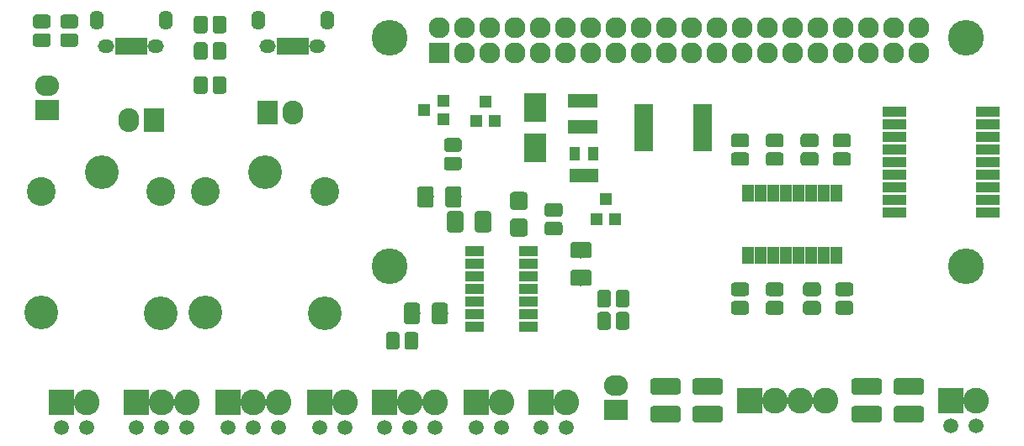
<source format=gbr>
G04 #@! TF.GenerationSoftware,KiCad,Pcbnew,5.0.0-fee4fd1~66~ubuntu16.04.1*
G04 #@! TF.CreationDate,2018-10-18T17:18:02+05:30*
G04 #@! TF.ProjectId,sanjaya,73616E6A6179612E6B696361645F7063,rev?*
G04 #@! TF.SameCoordinates,Original*
G04 #@! TF.FileFunction,Soldermask,Top*
G04 #@! TF.FilePolarity,Negative*
%FSLAX46Y46*%
G04 Gerber Fmt 4.6, Leading zero omitted, Abs format (unit mm)*
G04 Created by KiCad (PCBNEW 5.0.0-fee4fd1~66~ubuntu16.04.1) date Thu Oct 18 17:18:02 2018*
%MOMM*%
%LPD*%
G01*
G04 APERTURE LIST*
%ADD10O,1.400000X1.950000*%
%ADD11O,1.650000X1.350000*%
%ADD12R,0.800000X1.750000*%
%ADD13C,0.100000*%
%ADD14C,1.375000*%
%ADD15C,1.750000*%
%ADD16R,1.200000X1.300000*%
%ADD17R,2.200000X2.900000*%
%ADD18R,2.100000X2.400000*%
%ADD19O,2.100000X2.400000*%
%ADD20R,2.127200X2.127200*%
%ADD21O,2.127200X2.127200*%
%ADD22O,2.400000X2.100000*%
%ADD23R,2.400000X2.100000*%
%ADD24C,3.400000*%
%ADD25C,2.900000*%
%ADD26R,1.300000X1.200000*%
%ADD27R,1.100000X1.400000*%
%ADD28C,1.650000*%
%ADD29R,1.850000X0.850000*%
%ADD30R,1.050000X1.460000*%
%ADD31R,2.400000X1.000000*%
%ADD32R,1.200000X1.700000*%
%ADD33R,1.900000X1.000000*%
%ADD34R,2.600000X2.600000*%
%ADD35C,1.500000*%
%ADD36C,2.600000*%
%ADD37C,3.600000*%
G04 APERTURE END LIST*
D10*
G04 #@! TO.C,J11*
X98500000Y-86150000D03*
X105500000Y-86150000D03*
D11*
X99500000Y-88850000D03*
X104500000Y-88850000D03*
D12*
X100700000Y-88850000D03*
X101350000Y-88850000D03*
X102000000Y-88850000D03*
X102650000Y-88850000D03*
X103300000Y-88850000D03*
G04 #@! TD*
D13*
G04 #@! TO.C,R6*
G36*
X133689943Y-115601655D02*
X133723312Y-115606605D01*
X133756035Y-115614802D01*
X133787797Y-115626166D01*
X133818293Y-115640590D01*
X133847227Y-115657932D01*
X133874323Y-115678028D01*
X133899318Y-115700682D01*
X133921972Y-115725677D01*
X133942068Y-115752773D01*
X133959410Y-115781707D01*
X133973834Y-115812203D01*
X133985198Y-115843965D01*
X133993395Y-115876688D01*
X133998345Y-115910057D01*
X134000000Y-115943750D01*
X134000000Y-117056250D01*
X133998345Y-117089943D01*
X133993395Y-117123312D01*
X133985198Y-117156035D01*
X133973834Y-117187797D01*
X133959410Y-117218293D01*
X133942068Y-117247227D01*
X133921972Y-117274323D01*
X133899318Y-117299318D01*
X133874323Y-117321972D01*
X133847227Y-117342068D01*
X133818293Y-117359410D01*
X133787797Y-117373834D01*
X133756035Y-117385198D01*
X133723312Y-117393395D01*
X133689943Y-117398345D01*
X133656250Y-117400000D01*
X132968750Y-117400000D01*
X132935057Y-117398345D01*
X132901688Y-117393395D01*
X132868965Y-117385198D01*
X132837203Y-117373834D01*
X132806707Y-117359410D01*
X132777773Y-117342068D01*
X132750677Y-117321972D01*
X132725682Y-117299318D01*
X132703028Y-117274323D01*
X132682932Y-117247227D01*
X132665590Y-117218293D01*
X132651166Y-117187797D01*
X132639802Y-117156035D01*
X132631605Y-117123312D01*
X132626655Y-117089943D01*
X132625000Y-117056250D01*
X132625000Y-115943750D01*
X132626655Y-115910057D01*
X132631605Y-115876688D01*
X132639802Y-115843965D01*
X132651166Y-115812203D01*
X132665590Y-115781707D01*
X132682932Y-115752773D01*
X132703028Y-115725677D01*
X132725682Y-115700682D01*
X132750677Y-115678028D01*
X132777773Y-115657932D01*
X132806707Y-115640590D01*
X132837203Y-115626166D01*
X132868965Y-115614802D01*
X132901688Y-115606605D01*
X132935057Y-115601655D01*
X132968750Y-115600000D01*
X133656250Y-115600000D01*
X133689943Y-115601655D01*
X133689943Y-115601655D01*
G37*
D14*
X133312500Y-116500000D03*
D13*
G36*
X135564943Y-115601655D02*
X135598312Y-115606605D01*
X135631035Y-115614802D01*
X135662797Y-115626166D01*
X135693293Y-115640590D01*
X135722227Y-115657932D01*
X135749323Y-115678028D01*
X135774318Y-115700682D01*
X135796972Y-115725677D01*
X135817068Y-115752773D01*
X135834410Y-115781707D01*
X135848834Y-115812203D01*
X135860198Y-115843965D01*
X135868395Y-115876688D01*
X135873345Y-115910057D01*
X135875000Y-115943750D01*
X135875000Y-117056250D01*
X135873345Y-117089943D01*
X135868395Y-117123312D01*
X135860198Y-117156035D01*
X135848834Y-117187797D01*
X135834410Y-117218293D01*
X135817068Y-117247227D01*
X135796972Y-117274323D01*
X135774318Y-117299318D01*
X135749323Y-117321972D01*
X135722227Y-117342068D01*
X135693293Y-117359410D01*
X135662797Y-117373834D01*
X135631035Y-117385198D01*
X135598312Y-117393395D01*
X135564943Y-117398345D01*
X135531250Y-117400000D01*
X134843750Y-117400000D01*
X134810057Y-117398345D01*
X134776688Y-117393395D01*
X134743965Y-117385198D01*
X134712203Y-117373834D01*
X134681707Y-117359410D01*
X134652773Y-117342068D01*
X134625677Y-117321972D01*
X134600682Y-117299318D01*
X134578028Y-117274323D01*
X134557932Y-117247227D01*
X134540590Y-117218293D01*
X134526166Y-117187797D01*
X134514802Y-117156035D01*
X134506605Y-117123312D01*
X134501655Y-117089943D01*
X134500000Y-117056250D01*
X134500000Y-115943750D01*
X134501655Y-115910057D01*
X134506605Y-115876688D01*
X134514802Y-115843965D01*
X134526166Y-115812203D01*
X134540590Y-115781707D01*
X134557932Y-115752773D01*
X134578028Y-115725677D01*
X134600682Y-115700682D01*
X134625677Y-115678028D01*
X134652773Y-115657932D01*
X134681707Y-115640590D01*
X134712203Y-115626166D01*
X134743965Y-115614802D01*
X134776688Y-115606605D01*
X134810057Y-115601655D01*
X134843750Y-115600000D01*
X135531250Y-115600000D01*
X135564943Y-115601655D01*
X135564943Y-115601655D01*
G37*
D14*
X135187500Y-116500000D03*
G04 #@! TD*
D13*
G04 #@! TO.C,R20*
G36*
X135564943Y-113351655D02*
X135598312Y-113356605D01*
X135631035Y-113364802D01*
X135662797Y-113376166D01*
X135693293Y-113390590D01*
X135722227Y-113407932D01*
X135749323Y-113428028D01*
X135774318Y-113450682D01*
X135796972Y-113475677D01*
X135817068Y-113502773D01*
X135834410Y-113531707D01*
X135848834Y-113562203D01*
X135860198Y-113593965D01*
X135868395Y-113626688D01*
X135873345Y-113660057D01*
X135875000Y-113693750D01*
X135875000Y-114806250D01*
X135873345Y-114839943D01*
X135868395Y-114873312D01*
X135860198Y-114906035D01*
X135848834Y-114937797D01*
X135834410Y-114968293D01*
X135817068Y-114997227D01*
X135796972Y-115024323D01*
X135774318Y-115049318D01*
X135749323Y-115071972D01*
X135722227Y-115092068D01*
X135693293Y-115109410D01*
X135662797Y-115123834D01*
X135631035Y-115135198D01*
X135598312Y-115143395D01*
X135564943Y-115148345D01*
X135531250Y-115150000D01*
X134843750Y-115150000D01*
X134810057Y-115148345D01*
X134776688Y-115143395D01*
X134743965Y-115135198D01*
X134712203Y-115123834D01*
X134681707Y-115109410D01*
X134652773Y-115092068D01*
X134625677Y-115071972D01*
X134600682Y-115049318D01*
X134578028Y-115024323D01*
X134557932Y-114997227D01*
X134540590Y-114968293D01*
X134526166Y-114937797D01*
X134514802Y-114906035D01*
X134506605Y-114873312D01*
X134501655Y-114839943D01*
X134500000Y-114806250D01*
X134500000Y-113693750D01*
X134501655Y-113660057D01*
X134506605Y-113626688D01*
X134514802Y-113593965D01*
X134526166Y-113562203D01*
X134540590Y-113531707D01*
X134557932Y-113502773D01*
X134578028Y-113475677D01*
X134600682Y-113450682D01*
X134625677Y-113428028D01*
X134652773Y-113407932D01*
X134681707Y-113390590D01*
X134712203Y-113376166D01*
X134743965Y-113364802D01*
X134776688Y-113356605D01*
X134810057Y-113351655D01*
X134843750Y-113350000D01*
X135531250Y-113350000D01*
X135564943Y-113351655D01*
X135564943Y-113351655D01*
G37*
D14*
X135187500Y-114250000D03*
D13*
G36*
X133689943Y-113351655D02*
X133723312Y-113356605D01*
X133756035Y-113364802D01*
X133787797Y-113376166D01*
X133818293Y-113390590D01*
X133847227Y-113407932D01*
X133874323Y-113428028D01*
X133899318Y-113450682D01*
X133921972Y-113475677D01*
X133942068Y-113502773D01*
X133959410Y-113531707D01*
X133973834Y-113562203D01*
X133985198Y-113593965D01*
X133993395Y-113626688D01*
X133998345Y-113660057D01*
X134000000Y-113693750D01*
X134000000Y-114806250D01*
X133998345Y-114839943D01*
X133993395Y-114873312D01*
X133985198Y-114906035D01*
X133973834Y-114937797D01*
X133959410Y-114968293D01*
X133942068Y-114997227D01*
X133921972Y-115024323D01*
X133899318Y-115049318D01*
X133874323Y-115071972D01*
X133847227Y-115092068D01*
X133818293Y-115109410D01*
X133787797Y-115123834D01*
X133756035Y-115135198D01*
X133723312Y-115143395D01*
X133689943Y-115148345D01*
X133656250Y-115150000D01*
X132968750Y-115150000D01*
X132935057Y-115148345D01*
X132901688Y-115143395D01*
X132868965Y-115135198D01*
X132837203Y-115123834D01*
X132806707Y-115109410D01*
X132777773Y-115092068D01*
X132750677Y-115071972D01*
X132725682Y-115049318D01*
X132703028Y-115024323D01*
X132682932Y-114997227D01*
X132665590Y-114968293D01*
X132651166Y-114937797D01*
X132639802Y-114906035D01*
X132631605Y-114873312D01*
X132626655Y-114839943D01*
X132625000Y-114806250D01*
X132625000Y-113693750D01*
X132626655Y-113660057D01*
X132631605Y-113626688D01*
X132639802Y-113593965D01*
X132651166Y-113562203D01*
X132665590Y-113531707D01*
X132682932Y-113502773D01*
X132703028Y-113475677D01*
X132725682Y-113450682D01*
X132750677Y-113428028D01*
X132777773Y-113407932D01*
X132806707Y-113390590D01*
X132837203Y-113376166D01*
X132868965Y-113364802D01*
X132901688Y-113356605D01*
X132935057Y-113351655D01*
X132968750Y-113350000D01*
X133656250Y-113350000D01*
X133689943Y-113351655D01*
X133689943Y-113351655D01*
G37*
D14*
X133312500Y-114250000D03*
G04 #@! TD*
D13*
G04 #@! TO.C,C1*
G36*
X125332692Y-103501561D02*
X125364151Y-103506227D01*
X125395000Y-103513954D01*
X125424944Y-103524669D01*
X125453694Y-103538266D01*
X125480972Y-103554616D01*
X125506517Y-103573561D01*
X125530081Y-103594919D01*
X125551439Y-103618483D01*
X125570384Y-103644028D01*
X125586734Y-103671306D01*
X125600331Y-103700056D01*
X125611046Y-103730000D01*
X125618773Y-103760849D01*
X125623439Y-103792308D01*
X125625000Y-103824073D01*
X125625000Y-104975927D01*
X125623439Y-105007692D01*
X125618773Y-105039151D01*
X125611046Y-105070000D01*
X125600331Y-105099944D01*
X125586734Y-105128694D01*
X125570384Y-105155972D01*
X125551439Y-105181517D01*
X125530081Y-105205081D01*
X125506517Y-105226439D01*
X125480972Y-105245384D01*
X125453694Y-105261734D01*
X125424944Y-105275331D01*
X125395000Y-105286046D01*
X125364151Y-105293773D01*
X125332692Y-105298439D01*
X125300927Y-105300000D01*
X124199073Y-105300000D01*
X124167308Y-105298439D01*
X124135849Y-105293773D01*
X124105000Y-105286046D01*
X124075056Y-105275331D01*
X124046306Y-105261734D01*
X124019028Y-105245384D01*
X123993483Y-105226439D01*
X123969919Y-105205081D01*
X123948561Y-105181517D01*
X123929616Y-105155972D01*
X123913266Y-105128694D01*
X123899669Y-105099944D01*
X123888954Y-105070000D01*
X123881227Y-105039151D01*
X123876561Y-105007692D01*
X123875000Y-104975927D01*
X123875000Y-103824073D01*
X123876561Y-103792308D01*
X123881227Y-103760849D01*
X123888954Y-103730000D01*
X123899669Y-103700056D01*
X123913266Y-103671306D01*
X123929616Y-103644028D01*
X123948561Y-103618483D01*
X123969919Y-103594919D01*
X123993483Y-103573561D01*
X124019028Y-103554616D01*
X124046306Y-103538266D01*
X124075056Y-103524669D01*
X124105000Y-103513954D01*
X124135849Y-103506227D01*
X124167308Y-103501561D01*
X124199073Y-103500000D01*
X125300927Y-103500000D01*
X125332692Y-103501561D01*
X125332692Y-103501561D01*
G37*
D15*
X124750000Y-104400000D03*
D13*
G36*
X125332692Y-106201561D02*
X125364151Y-106206227D01*
X125395000Y-106213954D01*
X125424944Y-106224669D01*
X125453694Y-106238266D01*
X125480972Y-106254616D01*
X125506517Y-106273561D01*
X125530081Y-106294919D01*
X125551439Y-106318483D01*
X125570384Y-106344028D01*
X125586734Y-106371306D01*
X125600331Y-106400056D01*
X125611046Y-106430000D01*
X125618773Y-106460849D01*
X125623439Y-106492308D01*
X125625000Y-106524073D01*
X125625000Y-107675927D01*
X125623439Y-107707692D01*
X125618773Y-107739151D01*
X125611046Y-107770000D01*
X125600331Y-107799944D01*
X125586734Y-107828694D01*
X125570384Y-107855972D01*
X125551439Y-107881517D01*
X125530081Y-107905081D01*
X125506517Y-107926439D01*
X125480972Y-107945384D01*
X125453694Y-107961734D01*
X125424944Y-107975331D01*
X125395000Y-107986046D01*
X125364151Y-107993773D01*
X125332692Y-107998439D01*
X125300927Y-108000000D01*
X124199073Y-108000000D01*
X124167308Y-107998439D01*
X124135849Y-107993773D01*
X124105000Y-107986046D01*
X124075056Y-107975331D01*
X124046306Y-107961734D01*
X124019028Y-107945384D01*
X123993483Y-107926439D01*
X123969919Y-107905081D01*
X123948561Y-107881517D01*
X123929616Y-107855972D01*
X123913266Y-107828694D01*
X123899669Y-107799944D01*
X123888954Y-107770000D01*
X123881227Y-107739151D01*
X123876561Y-107707692D01*
X123875000Y-107675927D01*
X123875000Y-106524073D01*
X123876561Y-106492308D01*
X123881227Y-106460849D01*
X123888954Y-106430000D01*
X123899669Y-106400056D01*
X123913266Y-106371306D01*
X123929616Y-106344028D01*
X123948561Y-106318483D01*
X123969919Y-106294919D01*
X123993483Y-106273561D01*
X124019028Y-106254616D01*
X124046306Y-106238266D01*
X124075056Y-106224669D01*
X124105000Y-106213954D01*
X124135849Y-106206227D01*
X124167308Y-106201561D01*
X124199073Y-106200000D01*
X125300927Y-106200000D01*
X125332692Y-106201561D01*
X125332692Y-106201561D01*
G37*
D15*
X124750000Y-107100000D03*
G04 #@! TD*
D13*
G04 #@! TO.C,C2*
G36*
X128839943Y-104626655D02*
X128873312Y-104631605D01*
X128906035Y-104639802D01*
X128937797Y-104651166D01*
X128968293Y-104665590D01*
X128997227Y-104682932D01*
X129024323Y-104703028D01*
X129049318Y-104725682D01*
X129071972Y-104750677D01*
X129092068Y-104777773D01*
X129109410Y-104806707D01*
X129123834Y-104837203D01*
X129135198Y-104868965D01*
X129143395Y-104901688D01*
X129148345Y-104935057D01*
X129150000Y-104968750D01*
X129150000Y-105656250D01*
X129148345Y-105689943D01*
X129143395Y-105723312D01*
X129135198Y-105756035D01*
X129123834Y-105787797D01*
X129109410Y-105818293D01*
X129092068Y-105847227D01*
X129071972Y-105874323D01*
X129049318Y-105899318D01*
X129024323Y-105921972D01*
X128997227Y-105942068D01*
X128968293Y-105959410D01*
X128937797Y-105973834D01*
X128906035Y-105985198D01*
X128873312Y-105993395D01*
X128839943Y-105998345D01*
X128806250Y-106000000D01*
X127693750Y-106000000D01*
X127660057Y-105998345D01*
X127626688Y-105993395D01*
X127593965Y-105985198D01*
X127562203Y-105973834D01*
X127531707Y-105959410D01*
X127502773Y-105942068D01*
X127475677Y-105921972D01*
X127450682Y-105899318D01*
X127428028Y-105874323D01*
X127407932Y-105847227D01*
X127390590Y-105818293D01*
X127376166Y-105787797D01*
X127364802Y-105756035D01*
X127356605Y-105723312D01*
X127351655Y-105689943D01*
X127350000Y-105656250D01*
X127350000Y-104968750D01*
X127351655Y-104935057D01*
X127356605Y-104901688D01*
X127364802Y-104868965D01*
X127376166Y-104837203D01*
X127390590Y-104806707D01*
X127407932Y-104777773D01*
X127428028Y-104750677D01*
X127450682Y-104725682D01*
X127475677Y-104703028D01*
X127502773Y-104682932D01*
X127531707Y-104665590D01*
X127562203Y-104651166D01*
X127593965Y-104639802D01*
X127626688Y-104631605D01*
X127660057Y-104626655D01*
X127693750Y-104625000D01*
X128806250Y-104625000D01*
X128839943Y-104626655D01*
X128839943Y-104626655D01*
G37*
D14*
X128250000Y-105312500D03*
D13*
G36*
X128839943Y-106501655D02*
X128873312Y-106506605D01*
X128906035Y-106514802D01*
X128937797Y-106526166D01*
X128968293Y-106540590D01*
X128997227Y-106557932D01*
X129024323Y-106578028D01*
X129049318Y-106600682D01*
X129071972Y-106625677D01*
X129092068Y-106652773D01*
X129109410Y-106681707D01*
X129123834Y-106712203D01*
X129135198Y-106743965D01*
X129143395Y-106776688D01*
X129148345Y-106810057D01*
X129150000Y-106843750D01*
X129150000Y-107531250D01*
X129148345Y-107564943D01*
X129143395Y-107598312D01*
X129135198Y-107631035D01*
X129123834Y-107662797D01*
X129109410Y-107693293D01*
X129092068Y-107722227D01*
X129071972Y-107749323D01*
X129049318Y-107774318D01*
X129024323Y-107796972D01*
X128997227Y-107817068D01*
X128968293Y-107834410D01*
X128937797Y-107848834D01*
X128906035Y-107860198D01*
X128873312Y-107868395D01*
X128839943Y-107873345D01*
X128806250Y-107875000D01*
X127693750Y-107875000D01*
X127660057Y-107873345D01*
X127626688Y-107868395D01*
X127593965Y-107860198D01*
X127562203Y-107848834D01*
X127531707Y-107834410D01*
X127502773Y-107817068D01*
X127475677Y-107796972D01*
X127450682Y-107774318D01*
X127428028Y-107749323D01*
X127407932Y-107722227D01*
X127390590Y-107693293D01*
X127376166Y-107662797D01*
X127364802Y-107631035D01*
X127356605Y-107598312D01*
X127351655Y-107564943D01*
X127350000Y-107531250D01*
X127350000Y-106843750D01*
X127351655Y-106810057D01*
X127356605Y-106776688D01*
X127364802Y-106743965D01*
X127376166Y-106712203D01*
X127390590Y-106681707D01*
X127407932Y-106652773D01*
X127428028Y-106625677D01*
X127450682Y-106600682D01*
X127475677Y-106578028D01*
X127502773Y-106557932D01*
X127531707Y-106540590D01*
X127562203Y-106526166D01*
X127593965Y-106514802D01*
X127626688Y-106506605D01*
X127660057Y-106501655D01*
X127693750Y-106500000D01*
X128806250Y-106500000D01*
X128839943Y-106501655D01*
X128839943Y-106501655D01*
G37*
D14*
X128250000Y-107187500D03*
G04 #@! TD*
D16*
G04 #@! TO.C,D1*
X121412000Y-94377000D03*
X122362000Y-96377000D03*
X120462000Y-96377000D03*
G04 #@! TD*
D17*
G04 #@! TO.C,D2*
X126365000Y-95028000D03*
X126365000Y-99028000D03*
G04 #@! TD*
D13*
G04 #@! TO.C,J8*
G36*
X94995943Y-91820655D02*
X95029312Y-91825605D01*
X95062035Y-91833802D01*
X95093797Y-91845166D01*
X95124293Y-91859590D01*
X95153227Y-91876932D01*
X95180323Y-91897028D01*
X95205318Y-91919682D01*
X95227972Y-91944677D01*
X95248068Y-91971773D01*
X95265410Y-92000707D01*
X95279834Y-92031203D01*
X95291198Y-92062965D01*
X95299395Y-92095688D01*
X95304345Y-92129057D01*
X95306000Y-92162750D01*
X95306000Y-93275250D01*
X95304345Y-93308943D01*
X95299395Y-93342312D01*
X95291198Y-93375035D01*
X95279834Y-93406797D01*
X95265410Y-93437293D01*
X95248068Y-93466227D01*
X95227972Y-93493323D01*
X95205318Y-93518318D01*
X95180323Y-93540972D01*
X95153227Y-93561068D01*
X95124293Y-93578410D01*
X95093797Y-93592834D01*
X95062035Y-93604198D01*
X95029312Y-93612395D01*
X94995943Y-93617345D01*
X94962250Y-93619000D01*
X94274750Y-93619000D01*
X94241057Y-93617345D01*
X94207688Y-93612395D01*
X94174965Y-93604198D01*
X94143203Y-93592834D01*
X94112707Y-93578410D01*
X94083773Y-93561068D01*
X94056677Y-93540972D01*
X94031682Y-93518318D01*
X94009028Y-93493323D01*
X93988932Y-93466227D01*
X93971590Y-93437293D01*
X93957166Y-93406797D01*
X93945802Y-93375035D01*
X93937605Y-93342312D01*
X93932655Y-93308943D01*
X93931000Y-93275250D01*
X93931000Y-92162750D01*
X93932655Y-92129057D01*
X93937605Y-92095688D01*
X93945802Y-92062965D01*
X93957166Y-92031203D01*
X93971590Y-92000707D01*
X93988932Y-91971773D01*
X94009028Y-91944677D01*
X94031682Y-91919682D01*
X94056677Y-91897028D01*
X94083773Y-91876932D01*
X94112707Y-91859590D01*
X94143203Y-91845166D01*
X94174965Y-91833802D01*
X94207688Y-91825605D01*
X94241057Y-91820655D01*
X94274750Y-91819000D01*
X94962250Y-91819000D01*
X94995943Y-91820655D01*
X94995943Y-91820655D01*
G37*
D14*
X94618500Y-92719000D03*
D13*
G36*
X93120943Y-91820655D02*
X93154312Y-91825605D01*
X93187035Y-91833802D01*
X93218797Y-91845166D01*
X93249293Y-91859590D01*
X93278227Y-91876932D01*
X93305323Y-91897028D01*
X93330318Y-91919682D01*
X93352972Y-91944677D01*
X93373068Y-91971773D01*
X93390410Y-92000707D01*
X93404834Y-92031203D01*
X93416198Y-92062965D01*
X93424395Y-92095688D01*
X93429345Y-92129057D01*
X93431000Y-92162750D01*
X93431000Y-93275250D01*
X93429345Y-93308943D01*
X93424395Y-93342312D01*
X93416198Y-93375035D01*
X93404834Y-93406797D01*
X93390410Y-93437293D01*
X93373068Y-93466227D01*
X93352972Y-93493323D01*
X93330318Y-93518318D01*
X93305323Y-93540972D01*
X93278227Y-93561068D01*
X93249293Y-93578410D01*
X93218797Y-93592834D01*
X93187035Y-93604198D01*
X93154312Y-93612395D01*
X93120943Y-93617345D01*
X93087250Y-93619000D01*
X92399750Y-93619000D01*
X92366057Y-93617345D01*
X92332688Y-93612395D01*
X92299965Y-93604198D01*
X92268203Y-93592834D01*
X92237707Y-93578410D01*
X92208773Y-93561068D01*
X92181677Y-93540972D01*
X92156682Y-93518318D01*
X92134028Y-93493323D01*
X92113932Y-93466227D01*
X92096590Y-93437293D01*
X92082166Y-93406797D01*
X92070802Y-93375035D01*
X92062605Y-93342312D01*
X92057655Y-93308943D01*
X92056000Y-93275250D01*
X92056000Y-92162750D01*
X92057655Y-92129057D01*
X92062605Y-92095688D01*
X92070802Y-92062965D01*
X92082166Y-92031203D01*
X92096590Y-92000707D01*
X92113932Y-91971773D01*
X92134028Y-91944677D01*
X92156682Y-91919682D01*
X92181677Y-91897028D01*
X92208773Y-91876932D01*
X92237707Y-91859590D01*
X92268203Y-91845166D01*
X92299965Y-91833802D01*
X92332688Y-91825605D01*
X92366057Y-91820655D01*
X92399750Y-91819000D01*
X93087250Y-91819000D01*
X93120943Y-91820655D01*
X93120943Y-91820655D01*
G37*
D14*
X92743500Y-92719000D03*
G04 #@! TD*
D13*
G04 #@! TO.C,J10*
G36*
X93120943Y-85724655D02*
X93154312Y-85729605D01*
X93187035Y-85737802D01*
X93218797Y-85749166D01*
X93249293Y-85763590D01*
X93278227Y-85780932D01*
X93305323Y-85801028D01*
X93330318Y-85823682D01*
X93352972Y-85848677D01*
X93373068Y-85875773D01*
X93390410Y-85904707D01*
X93404834Y-85935203D01*
X93416198Y-85966965D01*
X93424395Y-85999688D01*
X93429345Y-86033057D01*
X93431000Y-86066750D01*
X93431000Y-87179250D01*
X93429345Y-87212943D01*
X93424395Y-87246312D01*
X93416198Y-87279035D01*
X93404834Y-87310797D01*
X93390410Y-87341293D01*
X93373068Y-87370227D01*
X93352972Y-87397323D01*
X93330318Y-87422318D01*
X93305323Y-87444972D01*
X93278227Y-87465068D01*
X93249293Y-87482410D01*
X93218797Y-87496834D01*
X93187035Y-87508198D01*
X93154312Y-87516395D01*
X93120943Y-87521345D01*
X93087250Y-87523000D01*
X92399750Y-87523000D01*
X92366057Y-87521345D01*
X92332688Y-87516395D01*
X92299965Y-87508198D01*
X92268203Y-87496834D01*
X92237707Y-87482410D01*
X92208773Y-87465068D01*
X92181677Y-87444972D01*
X92156682Y-87422318D01*
X92134028Y-87397323D01*
X92113932Y-87370227D01*
X92096590Y-87341293D01*
X92082166Y-87310797D01*
X92070802Y-87279035D01*
X92062605Y-87246312D01*
X92057655Y-87212943D01*
X92056000Y-87179250D01*
X92056000Y-86066750D01*
X92057655Y-86033057D01*
X92062605Y-85999688D01*
X92070802Y-85966965D01*
X92082166Y-85935203D01*
X92096590Y-85904707D01*
X92113932Y-85875773D01*
X92134028Y-85848677D01*
X92156682Y-85823682D01*
X92181677Y-85801028D01*
X92208773Y-85780932D01*
X92237707Y-85763590D01*
X92268203Y-85749166D01*
X92299965Y-85737802D01*
X92332688Y-85729605D01*
X92366057Y-85724655D01*
X92399750Y-85723000D01*
X93087250Y-85723000D01*
X93120943Y-85724655D01*
X93120943Y-85724655D01*
G37*
D14*
X92743500Y-86623000D03*
D13*
G36*
X94995943Y-85724655D02*
X95029312Y-85729605D01*
X95062035Y-85737802D01*
X95093797Y-85749166D01*
X95124293Y-85763590D01*
X95153227Y-85780932D01*
X95180323Y-85801028D01*
X95205318Y-85823682D01*
X95227972Y-85848677D01*
X95248068Y-85875773D01*
X95265410Y-85904707D01*
X95279834Y-85935203D01*
X95291198Y-85966965D01*
X95299395Y-85999688D01*
X95304345Y-86033057D01*
X95306000Y-86066750D01*
X95306000Y-87179250D01*
X95304345Y-87212943D01*
X95299395Y-87246312D01*
X95291198Y-87279035D01*
X95279834Y-87310797D01*
X95265410Y-87341293D01*
X95248068Y-87370227D01*
X95227972Y-87397323D01*
X95205318Y-87422318D01*
X95180323Y-87444972D01*
X95153227Y-87465068D01*
X95124293Y-87482410D01*
X95093797Y-87496834D01*
X95062035Y-87508198D01*
X95029312Y-87516395D01*
X94995943Y-87521345D01*
X94962250Y-87523000D01*
X94274750Y-87523000D01*
X94241057Y-87521345D01*
X94207688Y-87516395D01*
X94174965Y-87508198D01*
X94143203Y-87496834D01*
X94112707Y-87482410D01*
X94083773Y-87465068D01*
X94056677Y-87444972D01*
X94031682Y-87422318D01*
X94009028Y-87397323D01*
X93988932Y-87370227D01*
X93971590Y-87341293D01*
X93957166Y-87310797D01*
X93945802Y-87279035D01*
X93937605Y-87246312D01*
X93932655Y-87212943D01*
X93931000Y-87179250D01*
X93931000Y-86066750D01*
X93932655Y-86033057D01*
X93937605Y-85999688D01*
X93945802Y-85966965D01*
X93957166Y-85935203D01*
X93971590Y-85904707D01*
X93988932Y-85875773D01*
X94009028Y-85848677D01*
X94031682Y-85823682D01*
X94056677Y-85801028D01*
X94083773Y-85780932D01*
X94112707Y-85763590D01*
X94143203Y-85749166D01*
X94174965Y-85737802D01*
X94207688Y-85729605D01*
X94241057Y-85724655D01*
X94274750Y-85723000D01*
X94962250Y-85723000D01*
X94995943Y-85724655D01*
X94995943Y-85724655D01*
G37*
D14*
X94618500Y-86623000D03*
G04 #@! TD*
D18*
G04 #@! TO.C,J12*
X88000000Y-96250000D03*
D19*
X85500000Y-96250000D03*
G04 #@! TD*
D20*
G04 #@! TO.C,J13*
X116750000Y-89500000D03*
D21*
X116750000Y-86960000D03*
X119290000Y-89500000D03*
X119290000Y-86960000D03*
X121830000Y-89500000D03*
X121830000Y-86960000D03*
X124370000Y-89500000D03*
X124370000Y-86960000D03*
X126910000Y-89500000D03*
X126910000Y-86960000D03*
X129450000Y-89500000D03*
X129450000Y-86960000D03*
X131990000Y-89500000D03*
X131990000Y-86960000D03*
X134530000Y-89500000D03*
X134530000Y-86960000D03*
X137070000Y-89500000D03*
X137070000Y-86960000D03*
X139610000Y-89500000D03*
X139610000Y-86960000D03*
X142150000Y-89500000D03*
X142150000Y-86960000D03*
X144690000Y-89500000D03*
X144690000Y-86960000D03*
X147230000Y-89500000D03*
X147230000Y-86960000D03*
X149770000Y-89500000D03*
X149770000Y-86960000D03*
X152310000Y-89500000D03*
X152310000Y-86960000D03*
X154850000Y-89500000D03*
X154850000Y-86960000D03*
X157390000Y-89500000D03*
X157390000Y-86960000D03*
X159930000Y-89500000D03*
X159930000Y-86960000D03*
X162470000Y-89500000D03*
X162470000Y-86960000D03*
X165010000Y-89500000D03*
X165010000Y-86960000D03*
G04 #@! TD*
D22*
G04 #@! TO.C,J14*
X77250000Y-92750000D03*
D23*
X77250000Y-95250000D03*
G04 #@! TD*
D24*
G04 #@! TO.C,K1*
X82750000Y-101500000D03*
D25*
X88700000Y-103450000D03*
D24*
X88750000Y-115700000D03*
X76700000Y-115650000D03*
D25*
X76700000Y-103450000D03*
G04 #@! TD*
G04 #@! TO.C,K2*
X93200000Y-103450000D03*
D24*
X93200000Y-115650000D03*
X105250000Y-115700000D03*
D25*
X105200000Y-103450000D03*
D24*
X99250000Y-101500000D03*
G04 #@! TD*
D26*
G04 #@! TO.C,Q1*
X115205000Y-95250000D03*
X117205000Y-94300000D03*
X117205000Y-96200000D03*
G04 #@! TD*
D27*
G04 #@! TO.C,Q2*
X130241000Y-96931000D03*
X131191000Y-96931000D03*
X132141000Y-96931000D03*
X132141000Y-94331000D03*
X130241000Y-94331000D03*
X131191000Y-94331000D03*
G04 #@! TD*
D13*
G04 #@! TO.C,R1*
G36*
X114527346Y-114676589D02*
X114559380Y-114681341D01*
X114590794Y-114689210D01*
X114621286Y-114700120D01*
X114650561Y-114713966D01*
X114678338Y-114730615D01*
X114704350Y-114749907D01*
X114728345Y-114771655D01*
X114750093Y-114795650D01*
X114769385Y-114821662D01*
X114786034Y-114849439D01*
X114799880Y-114878714D01*
X114810790Y-114909206D01*
X114818659Y-114940620D01*
X114823411Y-114972654D01*
X114825000Y-115005000D01*
X114825000Y-116495000D01*
X114823411Y-116527346D01*
X114818659Y-116559380D01*
X114810790Y-116590794D01*
X114799880Y-116621286D01*
X114786034Y-116650561D01*
X114769385Y-116678338D01*
X114750093Y-116704350D01*
X114728345Y-116728345D01*
X114704350Y-116750093D01*
X114678338Y-116769385D01*
X114650561Y-116786034D01*
X114621286Y-116799880D01*
X114590794Y-116810790D01*
X114559380Y-116818659D01*
X114527346Y-116823411D01*
X114495000Y-116825000D01*
X113505000Y-116825000D01*
X113472654Y-116823411D01*
X113440620Y-116818659D01*
X113409206Y-116810790D01*
X113378714Y-116799880D01*
X113349439Y-116786034D01*
X113321662Y-116769385D01*
X113295650Y-116750093D01*
X113271655Y-116728345D01*
X113249907Y-116704350D01*
X113230615Y-116678338D01*
X113213966Y-116650561D01*
X113200120Y-116621286D01*
X113189210Y-116590794D01*
X113181341Y-116559380D01*
X113176589Y-116527346D01*
X113175000Y-116495000D01*
X113175000Y-115005000D01*
X113176589Y-114972654D01*
X113181341Y-114940620D01*
X113189210Y-114909206D01*
X113200120Y-114878714D01*
X113213966Y-114849439D01*
X113230615Y-114821662D01*
X113249907Y-114795650D01*
X113271655Y-114771655D01*
X113295650Y-114749907D01*
X113321662Y-114730615D01*
X113349439Y-114713966D01*
X113378714Y-114700120D01*
X113409206Y-114689210D01*
X113440620Y-114681341D01*
X113472654Y-114676589D01*
X113505000Y-114675000D01*
X114495000Y-114675000D01*
X114527346Y-114676589D01*
X114527346Y-114676589D01*
G37*
D28*
X114000000Y-115750000D03*
D13*
G36*
X117327346Y-114676589D02*
X117359380Y-114681341D01*
X117390794Y-114689210D01*
X117421286Y-114700120D01*
X117450561Y-114713966D01*
X117478338Y-114730615D01*
X117504350Y-114749907D01*
X117528345Y-114771655D01*
X117550093Y-114795650D01*
X117569385Y-114821662D01*
X117586034Y-114849439D01*
X117599880Y-114878714D01*
X117610790Y-114909206D01*
X117618659Y-114940620D01*
X117623411Y-114972654D01*
X117625000Y-115005000D01*
X117625000Y-116495000D01*
X117623411Y-116527346D01*
X117618659Y-116559380D01*
X117610790Y-116590794D01*
X117599880Y-116621286D01*
X117586034Y-116650561D01*
X117569385Y-116678338D01*
X117550093Y-116704350D01*
X117528345Y-116728345D01*
X117504350Y-116750093D01*
X117478338Y-116769385D01*
X117450561Y-116786034D01*
X117421286Y-116799880D01*
X117390794Y-116810790D01*
X117359380Y-116818659D01*
X117327346Y-116823411D01*
X117295000Y-116825000D01*
X116305000Y-116825000D01*
X116272654Y-116823411D01*
X116240620Y-116818659D01*
X116209206Y-116810790D01*
X116178714Y-116799880D01*
X116149439Y-116786034D01*
X116121662Y-116769385D01*
X116095650Y-116750093D01*
X116071655Y-116728345D01*
X116049907Y-116704350D01*
X116030615Y-116678338D01*
X116013966Y-116650561D01*
X116000120Y-116621286D01*
X115989210Y-116590794D01*
X115981341Y-116559380D01*
X115976589Y-116527346D01*
X115975000Y-116495000D01*
X115975000Y-115005000D01*
X115976589Y-114972654D01*
X115981341Y-114940620D01*
X115989210Y-114909206D01*
X116000120Y-114878714D01*
X116013966Y-114849439D01*
X116030615Y-114821662D01*
X116049907Y-114795650D01*
X116071655Y-114771655D01*
X116095650Y-114749907D01*
X116121662Y-114730615D01*
X116149439Y-114713966D01*
X116178714Y-114700120D01*
X116209206Y-114689210D01*
X116240620Y-114681341D01*
X116272654Y-114676589D01*
X116305000Y-114675000D01*
X117295000Y-114675000D01*
X117327346Y-114676589D01*
X117327346Y-114676589D01*
G37*
D28*
X116800000Y-115750000D03*
G04 #@! TD*
D13*
G04 #@! TO.C,R2*
G36*
X118699943Y-99946655D02*
X118733312Y-99951605D01*
X118766035Y-99959802D01*
X118797797Y-99971166D01*
X118828293Y-99985590D01*
X118857227Y-100002932D01*
X118884323Y-100023028D01*
X118909318Y-100045682D01*
X118931972Y-100070677D01*
X118952068Y-100097773D01*
X118969410Y-100126707D01*
X118983834Y-100157203D01*
X118995198Y-100188965D01*
X119003395Y-100221688D01*
X119008345Y-100255057D01*
X119010000Y-100288750D01*
X119010000Y-100976250D01*
X119008345Y-101009943D01*
X119003395Y-101043312D01*
X118995198Y-101076035D01*
X118983834Y-101107797D01*
X118969410Y-101138293D01*
X118952068Y-101167227D01*
X118931972Y-101194323D01*
X118909318Y-101219318D01*
X118884323Y-101241972D01*
X118857227Y-101262068D01*
X118828293Y-101279410D01*
X118797797Y-101293834D01*
X118766035Y-101305198D01*
X118733312Y-101313395D01*
X118699943Y-101318345D01*
X118666250Y-101320000D01*
X117553750Y-101320000D01*
X117520057Y-101318345D01*
X117486688Y-101313395D01*
X117453965Y-101305198D01*
X117422203Y-101293834D01*
X117391707Y-101279410D01*
X117362773Y-101262068D01*
X117335677Y-101241972D01*
X117310682Y-101219318D01*
X117288028Y-101194323D01*
X117267932Y-101167227D01*
X117250590Y-101138293D01*
X117236166Y-101107797D01*
X117224802Y-101076035D01*
X117216605Y-101043312D01*
X117211655Y-101009943D01*
X117210000Y-100976250D01*
X117210000Y-100288750D01*
X117211655Y-100255057D01*
X117216605Y-100221688D01*
X117224802Y-100188965D01*
X117236166Y-100157203D01*
X117250590Y-100126707D01*
X117267932Y-100097773D01*
X117288028Y-100070677D01*
X117310682Y-100045682D01*
X117335677Y-100023028D01*
X117362773Y-100002932D01*
X117391707Y-99985590D01*
X117422203Y-99971166D01*
X117453965Y-99959802D01*
X117486688Y-99951605D01*
X117520057Y-99946655D01*
X117553750Y-99945000D01*
X118666250Y-99945000D01*
X118699943Y-99946655D01*
X118699943Y-99946655D01*
G37*
D14*
X118110000Y-100632500D03*
D13*
G36*
X118699943Y-98071655D02*
X118733312Y-98076605D01*
X118766035Y-98084802D01*
X118797797Y-98096166D01*
X118828293Y-98110590D01*
X118857227Y-98127932D01*
X118884323Y-98148028D01*
X118909318Y-98170682D01*
X118931972Y-98195677D01*
X118952068Y-98222773D01*
X118969410Y-98251707D01*
X118983834Y-98282203D01*
X118995198Y-98313965D01*
X119003395Y-98346688D01*
X119008345Y-98380057D01*
X119010000Y-98413750D01*
X119010000Y-99101250D01*
X119008345Y-99134943D01*
X119003395Y-99168312D01*
X118995198Y-99201035D01*
X118983834Y-99232797D01*
X118969410Y-99263293D01*
X118952068Y-99292227D01*
X118931972Y-99319323D01*
X118909318Y-99344318D01*
X118884323Y-99366972D01*
X118857227Y-99387068D01*
X118828293Y-99404410D01*
X118797797Y-99418834D01*
X118766035Y-99430198D01*
X118733312Y-99438395D01*
X118699943Y-99443345D01*
X118666250Y-99445000D01*
X117553750Y-99445000D01*
X117520057Y-99443345D01*
X117486688Y-99438395D01*
X117453965Y-99430198D01*
X117422203Y-99418834D01*
X117391707Y-99404410D01*
X117362773Y-99387068D01*
X117335677Y-99366972D01*
X117310682Y-99344318D01*
X117288028Y-99319323D01*
X117267932Y-99292227D01*
X117250590Y-99263293D01*
X117236166Y-99232797D01*
X117224802Y-99201035D01*
X117216605Y-99168312D01*
X117211655Y-99134943D01*
X117210000Y-99101250D01*
X117210000Y-98413750D01*
X117211655Y-98380057D01*
X117216605Y-98346688D01*
X117224802Y-98313965D01*
X117236166Y-98282203D01*
X117250590Y-98251707D01*
X117267932Y-98222773D01*
X117288028Y-98195677D01*
X117310682Y-98170682D01*
X117335677Y-98148028D01*
X117362773Y-98127932D01*
X117391707Y-98110590D01*
X117422203Y-98096166D01*
X117453965Y-98084802D01*
X117486688Y-98076605D01*
X117520057Y-98071655D01*
X117553750Y-98070000D01*
X118666250Y-98070000D01*
X118699943Y-98071655D01*
X118699943Y-98071655D01*
G37*
D14*
X118110000Y-98757500D03*
G04 #@! TD*
D13*
G04 #@! TO.C,R3*
G36*
X115877346Y-102926589D02*
X115909380Y-102931341D01*
X115940794Y-102939210D01*
X115971286Y-102950120D01*
X116000561Y-102963966D01*
X116028338Y-102980615D01*
X116054350Y-102999907D01*
X116078345Y-103021655D01*
X116100093Y-103045650D01*
X116119385Y-103071662D01*
X116136034Y-103099439D01*
X116149880Y-103128714D01*
X116160790Y-103159206D01*
X116168659Y-103190620D01*
X116173411Y-103222654D01*
X116175000Y-103255000D01*
X116175000Y-104745000D01*
X116173411Y-104777346D01*
X116168659Y-104809380D01*
X116160790Y-104840794D01*
X116149880Y-104871286D01*
X116136034Y-104900561D01*
X116119385Y-104928338D01*
X116100093Y-104954350D01*
X116078345Y-104978345D01*
X116054350Y-105000093D01*
X116028338Y-105019385D01*
X116000561Y-105036034D01*
X115971286Y-105049880D01*
X115940794Y-105060790D01*
X115909380Y-105068659D01*
X115877346Y-105073411D01*
X115845000Y-105075000D01*
X114855000Y-105075000D01*
X114822654Y-105073411D01*
X114790620Y-105068659D01*
X114759206Y-105060790D01*
X114728714Y-105049880D01*
X114699439Y-105036034D01*
X114671662Y-105019385D01*
X114645650Y-105000093D01*
X114621655Y-104978345D01*
X114599907Y-104954350D01*
X114580615Y-104928338D01*
X114563966Y-104900561D01*
X114550120Y-104871286D01*
X114539210Y-104840794D01*
X114531341Y-104809380D01*
X114526589Y-104777346D01*
X114525000Y-104745000D01*
X114525000Y-103255000D01*
X114526589Y-103222654D01*
X114531341Y-103190620D01*
X114539210Y-103159206D01*
X114550120Y-103128714D01*
X114563966Y-103099439D01*
X114580615Y-103071662D01*
X114599907Y-103045650D01*
X114621655Y-103021655D01*
X114645650Y-102999907D01*
X114671662Y-102980615D01*
X114699439Y-102963966D01*
X114728714Y-102950120D01*
X114759206Y-102939210D01*
X114790620Y-102931341D01*
X114822654Y-102926589D01*
X114855000Y-102925000D01*
X115845000Y-102925000D01*
X115877346Y-102926589D01*
X115877346Y-102926589D01*
G37*
D28*
X115350000Y-104000000D03*
D13*
G36*
X118677346Y-102926589D02*
X118709380Y-102931341D01*
X118740794Y-102939210D01*
X118771286Y-102950120D01*
X118800561Y-102963966D01*
X118828338Y-102980615D01*
X118854350Y-102999907D01*
X118878345Y-103021655D01*
X118900093Y-103045650D01*
X118919385Y-103071662D01*
X118936034Y-103099439D01*
X118949880Y-103128714D01*
X118960790Y-103159206D01*
X118968659Y-103190620D01*
X118973411Y-103222654D01*
X118975000Y-103255000D01*
X118975000Y-104745000D01*
X118973411Y-104777346D01*
X118968659Y-104809380D01*
X118960790Y-104840794D01*
X118949880Y-104871286D01*
X118936034Y-104900561D01*
X118919385Y-104928338D01*
X118900093Y-104954350D01*
X118878345Y-104978345D01*
X118854350Y-105000093D01*
X118828338Y-105019385D01*
X118800561Y-105036034D01*
X118771286Y-105049880D01*
X118740794Y-105060790D01*
X118709380Y-105068659D01*
X118677346Y-105073411D01*
X118645000Y-105075000D01*
X117655000Y-105075000D01*
X117622654Y-105073411D01*
X117590620Y-105068659D01*
X117559206Y-105060790D01*
X117528714Y-105049880D01*
X117499439Y-105036034D01*
X117471662Y-105019385D01*
X117445650Y-105000093D01*
X117421655Y-104978345D01*
X117399907Y-104954350D01*
X117380615Y-104928338D01*
X117363966Y-104900561D01*
X117350120Y-104871286D01*
X117339210Y-104840794D01*
X117331341Y-104809380D01*
X117326589Y-104777346D01*
X117325000Y-104745000D01*
X117325000Y-103255000D01*
X117326589Y-103222654D01*
X117331341Y-103190620D01*
X117339210Y-103159206D01*
X117350120Y-103128714D01*
X117363966Y-103099439D01*
X117380615Y-103071662D01*
X117399907Y-103045650D01*
X117421655Y-103021655D01*
X117445650Y-102999907D01*
X117471662Y-102980615D01*
X117499439Y-102963966D01*
X117528714Y-102950120D01*
X117559206Y-102939210D01*
X117590620Y-102931341D01*
X117622654Y-102926589D01*
X117655000Y-102925000D01*
X118645000Y-102925000D01*
X118677346Y-102926589D01*
X118677346Y-102926589D01*
G37*
D28*
X118150000Y-104000000D03*
G04 #@! TD*
D13*
G04 #@! TO.C,R4*
G36*
X121677346Y-105426589D02*
X121709380Y-105431341D01*
X121740794Y-105439210D01*
X121771286Y-105450120D01*
X121800561Y-105463966D01*
X121828338Y-105480615D01*
X121854350Y-105499907D01*
X121878345Y-105521655D01*
X121900093Y-105545650D01*
X121919385Y-105571662D01*
X121936034Y-105599439D01*
X121949880Y-105628714D01*
X121960790Y-105659206D01*
X121968659Y-105690620D01*
X121973411Y-105722654D01*
X121975000Y-105755000D01*
X121975000Y-107245000D01*
X121973411Y-107277346D01*
X121968659Y-107309380D01*
X121960790Y-107340794D01*
X121949880Y-107371286D01*
X121936034Y-107400561D01*
X121919385Y-107428338D01*
X121900093Y-107454350D01*
X121878345Y-107478345D01*
X121854350Y-107500093D01*
X121828338Y-107519385D01*
X121800561Y-107536034D01*
X121771286Y-107549880D01*
X121740794Y-107560790D01*
X121709380Y-107568659D01*
X121677346Y-107573411D01*
X121645000Y-107575000D01*
X120655000Y-107575000D01*
X120622654Y-107573411D01*
X120590620Y-107568659D01*
X120559206Y-107560790D01*
X120528714Y-107549880D01*
X120499439Y-107536034D01*
X120471662Y-107519385D01*
X120445650Y-107500093D01*
X120421655Y-107478345D01*
X120399907Y-107454350D01*
X120380615Y-107428338D01*
X120363966Y-107400561D01*
X120350120Y-107371286D01*
X120339210Y-107340794D01*
X120331341Y-107309380D01*
X120326589Y-107277346D01*
X120325000Y-107245000D01*
X120325000Y-105755000D01*
X120326589Y-105722654D01*
X120331341Y-105690620D01*
X120339210Y-105659206D01*
X120350120Y-105628714D01*
X120363966Y-105599439D01*
X120380615Y-105571662D01*
X120399907Y-105545650D01*
X120421655Y-105521655D01*
X120445650Y-105499907D01*
X120471662Y-105480615D01*
X120499439Y-105463966D01*
X120528714Y-105450120D01*
X120559206Y-105439210D01*
X120590620Y-105431341D01*
X120622654Y-105426589D01*
X120655000Y-105425000D01*
X121645000Y-105425000D01*
X121677346Y-105426589D01*
X121677346Y-105426589D01*
G37*
D28*
X121150000Y-106500000D03*
D13*
G36*
X118877346Y-105426589D02*
X118909380Y-105431341D01*
X118940794Y-105439210D01*
X118971286Y-105450120D01*
X119000561Y-105463966D01*
X119028338Y-105480615D01*
X119054350Y-105499907D01*
X119078345Y-105521655D01*
X119100093Y-105545650D01*
X119119385Y-105571662D01*
X119136034Y-105599439D01*
X119149880Y-105628714D01*
X119160790Y-105659206D01*
X119168659Y-105690620D01*
X119173411Y-105722654D01*
X119175000Y-105755000D01*
X119175000Y-107245000D01*
X119173411Y-107277346D01*
X119168659Y-107309380D01*
X119160790Y-107340794D01*
X119149880Y-107371286D01*
X119136034Y-107400561D01*
X119119385Y-107428338D01*
X119100093Y-107454350D01*
X119078345Y-107478345D01*
X119054350Y-107500093D01*
X119028338Y-107519385D01*
X119000561Y-107536034D01*
X118971286Y-107549880D01*
X118940794Y-107560790D01*
X118909380Y-107568659D01*
X118877346Y-107573411D01*
X118845000Y-107575000D01*
X117855000Y-107575000D01*
X117822654Y-107573411D01*
X117790620Y-107568659D01*
X117759206Y-107560790D01*
X117728714Y-107549880D01*
X117699439Y-107536034D01*
X117671662Y-107519385D01*
X117645650Y-107500093D01*
X117621655Y-107478345D01*
X117599907Y-107454350D01*
X117580615Y-107428338D01*
X117563966Y-107400561D01*
X117550120Y-107371286D01*
X117539210Y-107340794D01*
X117531341Y-107309380D01*
X117526589Y-107277346D01*
X117525000Y-107245000D01*
X117525000Y-105755000D01*
X117526589Y-105722654D01*
X117531341Y-105690620D01*
X117539210Y-105659206D01*
X117550120Y-105628714D01*
X117563966Y-105599439D01*
X117580615Y-105571662D01*
X117599907Y-105545650D01*
X117621655Y-105521655D01*
X117645650Y-105499907D01*
X117671662Y-105480615D01*
X117699439Y-105463966D01*
X117728714Y-105450120D01*
X117759206Y-105439210D01*
X117790620Y-105431341D01*
X117822654Y-105426589D01*
X117855000Y-105425000D01*
X118845000Y-105425000D01*
X118877346Y-105426589D01*
X118877346Y-105426589D01*
G37*
D28*
X118350000Y-106500000D03*
G04 #@! TD*
D13*
G04 #@! TO.C,R7*
G36*
X114314943Y-117601655D02*
X114348312Y-117606605D01*
X114381035Y-117614802D01*
X114412797Y-117626166D01*
X114443293Y-117640590D01*
X114472227Y-117657932D01*
X114499323Y-117678028D01*
X114524318Y-117700682D01*
X114546972Y-117725677D01*
X114567068Y-117752773D01*
X114584410Y-117781707D01*
X114598834Y-117812203D01*
X114610198Y-117843965D01*
X114618395Y-117876688D01*
X114623345Y-117910057D01*
X114625000Y-117943750D01*
X114625000Y-119056250D01*
X114623345Y-119089943D01*
X114618395Y-119123312D01*
X114610198Y-119156035D01*
X114598834Y-119187797D01*
X114584410Y-119218293D01*
X114567068Y-119247227D01*
X114546972Y-119274323D01*
X114524318Y-119299318D01*
X114499323Y-119321972D01*
X114472227Y-119342068D01*
X114443293Y-119359410D01*
X114412797Y-119373834D01*
X114381035Y-119385198D01*
X114348312Y-119393395D01*
X114314943Y-119398345D01*
X114281250Y-119400000D01*
X113593750Y-119400000D01*
X113560057Y-119398345D01*
X113526688Y-119393395D01*
X113493965Y-119385198D01*
X113462203Y-119373834D01*
X113431707Y-119359410D01*
X113402773Y-119342068D01*
X113375677Y-119321972D01*
X113350682Y-119299318D01*
X113328028Y-119274323D01*
X113307932Y-119247227D01*
X113290590Y-119218293D01*
X113276166Y-119187797D01*
X113264802Y-119156035D01*
X113256605Y-119123312D01*
X113251655Y-119089943D01*
X113250000Y-119056250D01*
X113250000Y-117943750D01*
X113251655Y-117910057D01*
X113256605Y-117876688D01*
X113264802Y-117843965D01*
X113276166Y-117812203D01*
X113290590Y-117781707D01*
X113307932Y-117752773D01*
X113328028Y-117725677D01*
X113350682Y-117700682D01*
X113375677Y-117678028D01*
X113402773Y-117657932D01*
X113431707Y-117640590D01*
X113462203Y-117626166D01*
X113493965Y-117614802D01*
X113526688Y-117606605D01*
X113560057Y-117601655D01*
X113593750Y-117600000D01*
X114281250Y-117600000D01*
X114314943Y-117601655D01*
X114314943Y-117601655D01*
G37*
D14*
X113937500Y-118500000D03*
D13*
G36*
X112439943Y-117601655D02*
X112473312Y-117606605D01*
X112506035Y-117614802D01*
X112537797Y-117626166D01*
X112568293Y-117640590D01*
X112597227Y-117657932D01*
X112624323Y-117678028D01*
X112649318Y-117700682D01*
X112671972Y-117725677D01*
X112692068Y-117752773D01*
X112709410Y-117781707D01*
X112723834Y-117812203D01*
X112735198Y-117843965D01*
X112743395Y-117876688D01*
X112748345Y-117910057D01*
X112750000Y-117943750D01*
X112750000Y-119056250D01*
X112748345Y-119089943D01*
X112743395Y-119123312D01*
X112735198Y-119156035D01*
X112723834Y-119187797D01*
X112709410Y-119218293D01*
X112692068Y-119247227D01*
X112671972Y-119274323D01*
X112649318Y-119299318D01*
X112624323Y-119321972D01*
X112597227Y-119342068D01*
X112568293Y-119359410D01*
X112537797Y-119373834D01*
X112506035Y-119385198D01*
X112473312Y-119393395D01*
X112439943Y-119398345D01*
X112406250Y-119400000D01*
X111718750Y-119400000D01*
X111685057Y-119398345D01*
X111651688Y-119393395D01*
X111618965Y-119385198D01*
X111587203Y-119373834D01*
X111556707Y-119359410D01*
X111527773Y-119342068D01*
X111500677Y-119321972D01*
X111475682Y-119299318D01*
X111453028Y-119274323D01*
X111432932Y-119247227D01*
X111415590Y-119218293D01*
X111401166Y-119187797D01*
X111389802Y-119156035D01*
X111381605Y-119123312D01*
X111376655Y-119089943D01*
X111375000Y-119056250D01*
X111375000Y-117943750D01*
X111376655Y-117910057D01*
X111381605Y-117876688D01*
X111389802Y-117843965D01*
X111401166Y-117812203D01*
X111415590Y-117781707D01*
X111432932Y-117752773D01*
X111453028Y-117725677D01*
X111475682Y-117700682D01*
X111500677Y-117678028D01*
X111527773Y-117657932D01*
X111556707Y-117640590D01*
X111587203Y-117626166D01*
X111618965Y-117614802D01*
X111651688Y-117606605D01*
X111685057Y-117601655D01*
X111718750Y-117600000D01*
X112406250Y-117600000D01*
X112439943Y-117601655D01*
X112439943Y-117601655D01*
G37*
D14*
X112062500Y-118500000D03*
G04 #@! TD*
D13*
G04 #@! TO.C,R8*
G36*
X147589943Y-112626655D02*
X147623312Y-112631605D01*
X147656035Y-112639802D01*
X147687797Y-112651166D01*
X147718293Y-112665590D01*
X147747227Y-112682932D01*
X147774323Y-112703028D01*
X147799318Y-112725682D01*
X147821972Y-112750677D01*
X147842068Y-112777773D01*
X147859410Y-112806707D01*
X147873834Y-112837203D01*
X147885198Y-112868965D01*
X147893395Y-112901688D01*
X147898345Y-112935057D01*
X147900000Y-112968750D01*
X147900000Y-113656250D01*
X147898345Y-113689943D01*
X147893395Y-113723312D01*
X147885198Y-113756035D01*
X147873834Y-113787797D01*
X147859410Y-113818293D01*
X147842068Y-113847227D01*
X147821972Y-113874323D01*
X147799318Y-113899318D01*
X147774323Y-113921972D01*
X147747227Y-113942068D01*
X147718293Y-113959410D01*
X147687797Y-113973834D01*
X147656035Y-113985198D01*
X147623312Y-113993395D01*
X147589943Y-113998345D01*
X147556250Y-114000000D01*
X146443750Y-114000000D01*
X146410057Y-113998345D01*
X146376688Y-113993395D01*
X146343965Y-113985198D01*
X146312203Y-113973834D01*
X146281707Y-113959410D01*
X146252773Y-113942068D01*
X146225677Y-113921972D01*
X146200682Y-113899318D01*
X146178028Y-113874323D01*
X146157932Y-113847227D01*
X146140590Y-113818293D01*
X146126166Y-113787797D01*
X146114802Y-113756035D01*
X146106605Y-113723312D01*
X146101655Y-113689943D01*
X146100000Y-113656250D01*
X146100000Y-112968750D01*
X146101655Y-112935057D01*
X146106605Y-112901688D01*
X146114802Y-112868965D01*
X146126166Y-112837203D01*
X146140590Y-112806707D01*
X146157932Y-112777773D01*
X146178028Y-112750677D01*
X146200682Y-112725682D01*
X146225677Y-112703028D01*
X146252773Y-112682932D01*
X146281707Y-112665590D01*
X146312203Y-112651166D01*
X146343965Y-112639802D01*
X146376688Y-112631605D01*
X146410057Y-112626655D01*
X146443750Y-112625000D01*
X147556250Y-112625000D01*
X147589943Y-112626655D01*
X147589943Y-112626655D01*
G37*
D14*
X147000000Y-113312500D03*
D13*
G36*
X147589943Y-114501655D02*
X147623312Y-114506605D01*
X147656035Y-114514802D01*
X147687797Y-114526166D01*
X147718293Y-114540590D01*
X147747227Y-114557932D01*
X147774323Y-114578028D01*
X147799318Y-114600682D01*
X147821972Y-114625677D01*
X147842068Y-114652773D01*
X147859410Y-114681707D01*
X147873834Y-114712203D01*
X147885198Y-114743965D01*
X147893395Y-114776688D01*
X147898345Y-114810057D01*
X147900000Y-114843750D01*
X147900000Y-115531250D01*
X147898345Y-115564943D01*
X147893395Y-115598312D01*
X147885198Y-115631035D01*
X147873834Y-115662797D01*
X147859410Y-115693293D01*
X147842068Y-115722227D01*
X147821972Y-115749323D01*
X147799318Y-115774318D01*
X147774323Y-115796972D01*
X147747227Y-115817068D01*
X147718293Y-115834410D01*
X147687797Y-115848834D01*
X147656035Y-115860198D01*
X147623312Y-115868395D01*
X147589943Y-115873345D01*
X147556250Y-115875000D01*
X146443750Y-115875000D01*
X146410057Y-115873345D01*
X146376688Y-115868395D01*
X146343965Y-115860198D01*
X146312203Y-115848834D01*
X146281707Y-115834410D01*
X146252773Y-115817068D01*
X146225677Y-115796972D01*
X146200682Y-115774318D01*
X146178028Y-115749323D01*
X146157932Y-115722227D01*
X146140590Y-115693293D01*
X146126166Y-115662797D01*
X146114802Y-115631035D01*
X146106605Y-115598312D01*
X146101655Y-115564943D01*
X146100000Y-115531250D01*
X146100000Y-114843750D01*
X146101655Y-114810057D01*
X146106605Y-114776688D01*
X146114802Y-114743965D01*
X146126166Y-114712203D01*
X146140590Y-114681707D01*
X146157932Y-114652773D01*
X146178028Y-114625677D01*
X146200682Y-114600682D01*
X146225677Y-114578028D01*
X146252773Y-114557932D01*
X146281707Y-114540590D01*
X146312203Y-114526166D01*
X146343965Y-114514802D01*
X146376688Y-114506605D01*
X146410057Y-114501655D01*
X146443750Y-114500000D01*
X147556250Y-114500000D01*
X147589943Y-114501655D01*
X147589943Y-114501655D01*
G37*
D14*
X147000000Y-115187500D03*
G04 #@! TD*
D13*
G04 #@! TO.C,R9*
G36*
X151089943Y-114501655D02*
X151123312Y-114506605D01*
X151156035Y-114514802D01*
X151187797Y-114526166D01*
X151218293Y-114540590D01*
X151247227Y-114557932D01*
X151274323Y-114578028D01*
X151299318Y-114600682D01*
X151321972Y-114625677D01*
X151342068Y-114652773D01*
X151359410Y-114681707D01*
X151373834Y-114712203D01*
X151385198Y-114743965D01*
X151393395Y-114776688D01*
X151398345Y-114810057D01*
X151400000Y-114843750D01*
X151400000Y-115531250D01*
X151398345Y-115564943D01*
X151393395Y-115598312D01*
X151385198Y-115631035D01*
X151373834Y-115662797D01*
X151359410Y-115693293D01*
X151342068Y-115722227D01*
X151321972Y-115749323D01*
X151299318Y-115774318D01*
X151274323Y-115796972D01*
X151247227Y-115817068D01*
X151218293Y-115834410D01*
X151187797Y-115848834D01*
X151156035Y-115860198D01*
X151123312Y-115868395D01*
X151089943Y-115873345D01*
X151056250Y-115875000D01*
X149943750Y-115875000D01*
X149910057Y-115873345D01*
X149876688Y-115868395D01*
X149843965Y-115860198D01*
X149812203Y-115848834D01*
X149781707Y-115834410D01*
X149752773Y-115817068D01*
X149725677Y-115796972D01*
X149700682Y-115774318D01*
X149678028Y-115749323D01*
X149657932Y-115722227D01*
X149640590Y-115693293D01*
X149626166Y-115662797D01*
X149614802Y-115631035D01*
X149606605Y-115598312D01*
X149601655Y-115564943D01*
X149600000Y-115531250D01*
X149600000Y-114843750D01*
X149601655Y-114810057D01*
X149606605Y-114776688D01*
X149614802Y-114743965D01*
X149626166Y-114712203D01*
X149640590Y-114681707D01*
X149657932Y-114652773D01*
X149678028Y-114625677D01*
X149700682Y-114600682D01*
X149725677Y-114578028D01*
X149752773Y-114557932D01*
X149781707Y-114540590D01*
X149812203Y-114526166D01*
X149843965Y-114514802D01*
X149876688Y-114506605D01*
X149910057Y-114501655D01*
X149943750Y-114500000D01*
X151056250Y-114500000D01*
X151089943Y-114501655D01*
X151089943Y-114501655D01*
G37*
D14*
X150500000Y-115187500D03*
D13*
G36*
X151089943Y-112626655D02*
X151123312Y-112631605D01*
X151156035Y-112639802D01*
X151187797Y-112651166D01*
X151218293Y-112665590D01*
X151247227Y-112682932D01*
X151274323Y-112703028D01*
X151299318Y-112725682D01*
X151321972Y-112750677D01*
X151342068Y-112777773D01*
X151359410Y-112806707D01*
X151373834Y-112837203D01*
X151385198Y-112868965D01*
X151393395Y-112901688D01*
X151398345Y-112935057D01*
X151400000Y-112968750D01*
X151400000Y-113656250D01*
X151398345Y-113689943D01*
X151393395Y-113723312D01*
X151385198Y-113756035D01*
X151373834Y-113787797D01*
X151359410Y-113818293D01*
X151342068Y-113847227D01*
X151321972Y-113874323D01*
X151299318Y-113899318D01*
X151274323Y-113921972D01*
X151247227Y-113942068D01*
X151218293Y-113959410D01*
X151187797Y-113973834D01*
X151156035Y-113985198D01*
X151123312Y-113993395D01*
X151089943Y-113998345D01*
X151056250Y-114000000D01*
X149943750Y-114000000D01*
X149910057Y-113998345D01*
X149876688Y-113993395D01*
X149843965Y-113985198D01*
X149812203Y-113973834D01*
X149781707Y-113959410D01*
X149752773Y-113942068D01*
X149725677Y-113921972D01*
X149700682Y-113899318D01*
X149678028Y-113874323D01*
X149657932Y-113847227D01*
X149640590Y-113818293D01*
X149626166Y-113787797D01*
X149614802Y-113756035D01*
X149606605Y-113723312D01*
X149601655Y-113689943D01*
X149600000Y-113656250D01*
X149600000Y-112968750D01*
X149601655Y-112935057D01*
X149606605Y-112901688D01*
X149614802Y-112868965D01*
X149626166Y-112837203D01*
X149640590Y-112806707D01*
X149657932Y-112777773D01*
X149678028Y-112750677D01*
X149700682Y-112725682D01*
X149725677Y-112703028D01*
X149752773Y-112682932D01*
X149781707Y-112665590D01*
X149812203Y-112651166D01*
X149843965Y-112639802D01*
X149876688Y-112631605D01*
X149910057Y-112626655D01*
X149943750Y-112625000D01*
X151056250Y-112625000D01*
X151089943Y-112626655D01*
X151089943Y-112626655D01*
G37*
D14*
X150500000Y-113312500D03*
G04 #@! TD*
D13*
G04 #@! TO.C,R10*
G36*
X154839943Y-112626655D02*
X154873312Y-112631605D01*
X154906035Y-112639802D01*
X154937797Y-112651166D01*
X154968293Y-112665590D01*
X154997227Y-112682932D01*
X155024323Y-112703028D01*
X155049318Y-112725682D01*
X155071972Y-112750677D01*
X155092068Y-112777773D01*
X155109410Y-112806707D01*
X155123834Y-112837203D01*
X155135198Y-112868965D01*
X155143395Y-112901688D01*
X155148345Y-112935057D01*
X155150000Y-112968750D01*
X155150000Y-113656250D01*
X155148345Y-113689943D01*
X155143395Y-113723312D01*
X155135198Y-113756035D01*
X155123834Y-113787797D01*
X155109410Y-113818293D01*
X155092068Y-113847227D01*
X155071972Y-113874323D01*
X155049318Y-113899318D01*
X155024323Y-113921972D01*
X154997227Y-113942068D01*
X154968293Y-113959410D01*
X154937797Y-113973834D01*
X154906035Y-113985198D01*
X154873312Y-113993395D01*
X154839943Y-113998345D01*
X154806250Y-114000000D01*
X153693750Y-114000000D01*
X153660057Y-113998345D01*
X153626688Y-113993395D01*
X153593965Y-113985198D01*
X153562203Y-113973834D01*
X153531707Y-113959410D01*
X153502773Y-113942068D01*
X153475677Y-113921972D01*
X153450682Y-113899318D01*
X153428028Y-113874323D01*
X153407932Y-113847227D01*
X153390590Y-113818293D01*
X153376166Y-113787797D01*
X153364802Y-113756035D01*
X153356605Y-113723312D01*
X153351655Y-113689943D01*
X153350000Y-113656250D01*
X153350000Y-112968750D01*
X153351655Y-112935057D01*
X153356605Y-112901688D01*
X153364802Y-112868965D01*
X153376166Y-112837203D01*
X153390590Y-112806707D01*
X153407932Y-112777773D01*
X153428028Y-112750677D01*
X153450682Y-112725682D01*
X153475677Y-112703028D01*
X153502773Y-112682932D01*
X153531707Y-112665590D01*
X153562203Y-112651166D01*
X153593965Y-112639802D01*
X153626688Y-112631605D01*
X153660057Y-112626655D01*
X153693750Y-112625000D01*
X154806250Y-112625000D01*
X154839943Y-112626655D01*
X154839943Y-112626655D01*
G37*
D14*
X154250000Y-113312500D03*
D13*
G36*
X154839943Y-114501655D02*
X154873312Y-114506605D01*
X154906035Y-114514802D01*
X154937797Y-114526166D01*
X154968293Y-114540590D01*
X154997227Y-114557932D01*
X155024323Y-114578028D01*
X155049318Y-114600682D01*
X155071972Y-114625677D01*
X155092068Y-114652773D01*
X155109410Y-114681707D01*
X155123834Y-114712203D01*
X155135198Y-114743965D01*
X155143395Y-114776688D01*
X155148345Y-114810057D01*
X155150000Y-114843750D01*
X155150000Y-115531250D01*
X155148345Y-115564943D01*
X155143395Y-115598312D01*
X155135198Y-115631035D01*
X155123834Y-115662797D01*
X155109410Y-115693293D01*
X155092068Y-115722227D01*
X155071972Y-115749323D01*
X155049318Y-115774318D01*
X155024323Y-115796972D01*
X154997227Y-115817068D01*
X154968293Y-115834410D01*
X154937797Y-115848834D01*
X154906035Y-115860198D01*
X154873312Y-115868395D01*
X154839943Y-115873345D01*
X154806250Y-115875000D01*
X153693750Y-115875000D01*
X153660057Y-115873345D01*
X153626688Y-115868395D01*
X153593965Y-115860198D01*
X153562203Y-115848834D01*
X153531707Y-115834410D01*
X153502773Y-115817068D01*
X153475677Y-115796972D01*
X153450682Y-115774318D01*
X153428028Y-115749323D01*
X153407932Y-115722227D01*
X153390590Y-115693293D01*
X153376166Y-115662797D01*
X153364802Y-115631035D01*
X153356605Y-115598312D01*
X153351655Y-115564943D01*
X153350000Y-115531250D01*
X153350000Y-114843750D01*
X153351655Y-114810057D01*
X153356605Y-114776688D01*
X153364802Y-114743965D01*
X153376166Y-114712203D01*
X153390590Y-114681707D01*
X153407932Y-114652773D01*
X153428028Y-114625677D01*
X153450682Y-114600682D01*
X153475677Y-114578028D01*
X153502773Y-114557932D01*
X153531707Y-114540590D01*
X153562203Y-114526166D01*
X153593965Y-114514802D01*
X153626688Y-114506605D01*
X153660057Y-114501655D01*
X153693750Y-114500000D01*
X154806250Y-114500000D01*
X154839943Y-114501655D01*
X154839943Y-114501655D01*
G37*
D14*
X154250000Y-115187500D03*
G04 #@! TD*
D13*
G04 #@! TO.C,R11*
G36*
X158089943Y-114501655D02*
X158123312Y-114506605D01*
X158156035Y-114514802D01*
X158187797Y-114526166D01*
X158218293Y-114540590D01*
X158247227Y-114557932D01*
X158274323Y-114578028D01*
X158299318Y-114600682D01*
X158321972Y-114625677D01*
X158342068Y-114652773D01*
X158359410Y-114681707D01*
X158373834Y-114712203D01*
X158385198Y-114743965D01*
X158393395Y-114776688D01*
X158398345Y-114810057D01*
X158400000Y-114843750D01*
X158400000Y-115531250D01*
X158398345Y-115564943D01*
X158393395Y-115598312D01*
X158385198Y-115631035D01*
X158373834Y-115662797D01*
X158359410Y-115693293D01*
X158342068Y-115722227D01*
X158321972Y-115749323D01*
X158299318Y-115774318D01*
X158274323Y-115796972D01*
X158247227Y-115817068D01*
X158218293Y-115834410D01*
X158187797Y-115848834D01*
X158156035Y-115860198D01*
X158123312Y-115868395D01*
X158089943Y-115873345D01*
X158056250Y-115875000D01*
X156943750Y-115875000D01*
X156910057Y-115873345D01*
X156876688Y-115868395D01*
X156843965Y-115860198D01*
X156812203Y-115848834D01*
X156781707Y-115834410D01*
X156752773Y-115817068D01*
X156725677Y-115796972D01*
X156700682Y-115774318D01*
X156678028Y-115749323D01*
X156657932Y-115722227D01*
X156640590Y-115693293D01*
X156626166Y-115662797D01*
X156614802Y-115631035D01*
X156606605Y-115598312D01*
X156601655Y-115564943D01*
X156600000Y-115531250D01*
X156600000Y-114843750D01*
X156601655Y-114810057D01*
X156606605Y-114776688D01*
X156614802Y-114743965D01*
X156626166Y-114712203D01*
X156640590Y-114681707D01*
X156657932Y-114652773D01*
X156678028Y-114625677D01*
X156700682Y-114600682D01*
X156725677Y-114578028D01*
X156752773Y-114557932D01*
X156781707Y-114540590D01*
X156812203Y-114526166D01*
X156843965Y-114514802D01*
X156876688Y-114506605D01*
X156910057Y-114501655D01*
X156943750Y-114500000D01*
X158056250Y-114500000D01*
X158089943Y-114501655D01*
X158089943Y-114501655D01*
G37*
D14*
X157500000Y-115187500D03*
D13*
G36*
X158089943Y-112626655D02*
X158123312Y-112631605D01*
X158156035Y-112639802D01*
X158187797Y-112651166D01*
X158218293Y-112665590D01*
X158247227Y-112682932D01*
X158274323Y-112703028D01*
X158299318Y-112725682D01*
X158321972Y-112750677D01*
X158342068Y-112777773D01*
X158359410Y-112806707D01*
X158373834Y-112837203D01*
X158385198Y-112868965D01*
X158393395Y-112901688D01*
X158398345Y-112935057D01*
X158400000Y-112968750D01*
X158400000Y-113656250D01*
X158398345Y-113689943D01*
X158393395Y-113723312D01*
X158385198Y-113756035D01*
X158373834Y-113787797D01*
X158359410Y-113818293D01*
X158342068Y-113847227D01*
X158321972Y-113874323D01*
X158299318Y-113899318D01*
X158274323Y-113921972D01*
X158247227Y-113942068D01*
X158218293Y-113959410D01*
X158187797Y-113973834D01*
X158156035Y-113985198D01*
X158123312Y-113993395D01*
X158089943Y-113998345D01*
X158056250Y-114000000D01*
X156943750Y-114000000D01*
X156910057Y-113998345D01*
X156876688Y-113993395D01*
X156843965Y-113985198D01*
X156812203Y-113973834D01*
X156781707Y-113959410D01*
X156752773Y-113942068D01*
X156725677Y-113921972D01*
X156700682Y-113899318D01*
X156678028Y-113874323D01*
X156657932Y-113847227D01*
X156640590Y-113818293D01*
X156626166Y-113787797D01*
X156614802Y-113756035D01*
X156606605Y-113723312D01*
X156601655Y-113689943D01*
X156600000Y-113656250D01*
X156600000Y-112968750D01*
X156601655Y-112935057D01*
X156606605Y-112901688D01*
X156614802Y-112868965D01*
X156626166Y-112837203D01*
X156640590Y-112806707D01*
X156657932Y-112777773D01*
X156678028Y-112750677D01*
X156700682Y-112725682D01*
X156725677Y-112703028D01*
X156752773Y-112682932D01*
X156781707Y-112665590D01*
X156812203Y-112651166D01*
X156843965Y-112639802D01*
X156876688Y-112631605D01*
X156910057Y-112626655D01*
X156943750Y-112625000D01*
X158056250Y-112625000D01*
X158089943Y-112626655D01*
X158089943Y-112626655D01*
G37*
D14*
X157500000Y-113312500D03*
G04 #@! TD*
D13*
G04 #@! TO.C,R12*
G36*
X147589943Y-99501655D02*
X147623312Y-99506605D01*
X147656035Y-99514802D01*
X147687797Y-99526166D01*
X147718293Y-99540590D01*
X147747227Y-99557932D01*
X147774323Y-99578028D01*
X147799318Y-99600682D01*
X147821972Y-99625677D01*
X147842068Y-99652773D01*
X147859410Y-99681707D01*
X147873834Y-99712203D01*
X147885198Y-99743965D01*
X147893395Y-99776688D01*
X147898345Y-99810057D01*
X147900000Y-99843750D01*
X147900000Y-100531250D01*
X147898345Y-100564943D01*
X147893395Y-100598312D01*
X147885198Y-100631035D01*
X147873834Y-100662797D01*
X147859410Y-100693293D01*
X147842068Y-100722227D01*
X147821972Y-100749323D01*
X147799318Y-100774318D01*
X147774323Y-100796972D01*
X147747227Y-100817068D01*
X147718293Y-100834410D01*
X147687797Y-100848834D01*
X147656035Y-100860198D01*
X147623312Y-100868395D01*
X147589943Y-100873345D01*
X147556250Y-100875000D01*
X146443750Y-100875000D01*
X146410057Y-100873345D01*
X146376688Y-100868395D01*
X146343965Y-100860198D01*
X146312203Y-100848834D01*
X146281707Y-100834410D01*
X146252773Y-100817068D01*
X146225677Y-100796972D01*
X146200682Y-100774318D01*
X146178028Y-100749323D01*
X146157932Y-100722227D01*
X146140590Y-100693293D01*
X146126166Y-100662797D01*
X146114802Y-100631035D01*
X146106605Y-100598312D01*
X146101655Y-100564943D01*
X146100000Y-100531250D01*
X146100000Y-99843750D01*
X146101655Y-99810057D01*
X146106605Y-99776688D01*
X146114802Y-99743965D01*
X146126166Y-99712203D01*
X146140590Y-99681707D01*
X146157932Y-99652773D01*
X146178028Y-99625677D01*
X146200682Y-99600682D01*
X146225677Y-99578028D01*
X146252773Y-99557932D01*
X146281707Y-99540590D01*
X146312203Y-99526166D01*
X146343965Y-99514802D01*
X146376688Y-99506605D01*
X146410057Y-99501655D01*
X146443750Y-99500000D01*
X147556250Y-99500000D01*
X147589943Y-99501655D01*
X147589943Y-99501655D01*
G37*
D14*
X147000000Y-100187500D03*
D13*
G36*
X147589943Y-97626655D02*
X147623312Y-97631605D01*
X147656035Y-97639802D01*
X147687797Y-97651166D01*
X147718293Y-97665590D01*
X147747227Y-97682932D01*
X147774323Y-97703028D01*
X147799318Y-97725682D01*
X147821972Y-97750677D01*
X147842068Y-97777773D01*
X147859410Y-97806707D01*
X147873834Y-97837203D01*
X147885198Y-97868965D01*
X147893395Y-97901688D01*
X147898345Y-97935057D01*
X147900000Y-97968750D01*
X147900000Y-98656250D01*
X147898345Y-98689943D01*
X147893395Y-98723312D01*
X147885198Y-98756035D01*
X147873834Y-98787797D01*
X147859410Y-98818293D01*
X147842068Y-98847227D01*
X147821972Y-98874323D01*
X147799318Y-98899318D01*
X147774323Y-98921972D01*
X147747227Y-98942068D01*
X147718293Y-98959410D01*
X147687797Y-98973834D01*
X147656035Y-98985198D01*
X147623312Y-98993395D01*
X147589943Y-98998345D01*
X147556250Y-99000000D01*
X146443750Y-99000000D01*
X146410057Y-98998345D01*
X146376688Y-98993395D01*
X146343965Y-98985198D01*
X146312203Y-98973834D01*
X146281707Y-98959410D01*
X146252773Y-98942068D01*
X146225677Y-98921972D01*
X146200682Y-98899318D01*
X146178028Y-98874323D01*
X146157932Y-98847227D01*
X146140590Y-98818293D01*
X146126166Y-98787797D01*
X146114802Y-98756035D01*
X146106605Y-98723312D01*
X146101655Y-98689943D01*
X146100000Y-98656250D01*
X146100000Y-97968750D01*
X146101655Y-97935057D01*
X146106605Y-97901688D01*
X146114802Y-97868965D01*
X146126166Y-97837203D01*
X146140590Y-97806707D01*
X146157932Y-97777773D01*
X146178028Y-97750677D01*
X146200682Y-97725682D01*
X146225677Y-97703028D01*
X146252773Y-97682932D01*
X146281707Y-97665590D01*
X146312203Y-97651166D01*
X146343965Y-97639802D01*
X146376688Y-97631605D01*
X146410057Y-97626655D01*
X146443750Y-97625000D01*
X147556250Y-97625000D01*
X147589943Y-97626655D01*
X147589943Y-97626655D01*
G37*
D14*
X147000000Y-98312500D03*
G04 #@! TD*
D13*
G04 #@! TO.C,R13*
G36*
X151089943Y-97626655D02*
X151123312Y-97631605D01*
X151156035Y-97639802D01*
X151187797Y-97651166D01*
X151218293Y-97665590D01*
X151247227Y-97682932D01*
X151274323Y-97703028D01*
X151299318Y-97725682D01*
X151321972Y-97750677D01*
X151342068Y-97777773D01*
X151359410Y-97806707D01*
X151373834Y-97837203D01*
X151385198Y-97868965D01*
X151393395Y-97901688D01*
X151398345Y-97935057D01*
X151400000Y-97968750D01*
X151400000Y-98656250D01*
X151398345Y-98689943D01*
X151393395Y-98723312D01*
X151385198Y-98756035D01*
X151373834Y-98787797D01*
X151359410Y-98818293D01*
X151342068Y-98847227D01*
X151321972Y-98874323D01*
X151299318Y-98899318D01*
X151274323Y-98921972D01*
X151247227Y-98942068D01*
X151218293Y-98959410D01*
X151187797Y-98973834D01*
X151156035Y-98985198D01*
X151123312Y-98993395D01*
X151089943Y-98998345D01*
X151056250Y-99000000D01*
X149943750Y-99000000D01*
X149910057Y-98998345D01*
X149876688Y-98993395D01*
X149843965Y-98985198D01*
X149812203Y-98973834D01*
X149781707Y-98959410D01*
X149752773Y-98942068D01*
X149725677Y-98921972D01*
X149700682Y-98899318D01*
X149678028Y-98874323D01*
X149657932Y-98847227D01*
X149640590Y-98818293D01*
X149626166Y-98787797D01*
X149614802Y-98756035D01*
X149606605Y-98723312D01*
X149601655Y-98689943D01*
X149600000Y-98656250D01*
X149600000Y-97968750D01*
X149601655Y-97935057D01*
X149606605Y-97901688D01*
X149614802Y-97868965D01*
X149626166Y-97837203D01*
X149640590Y-97806707D01*
X149657932Y-97777773D01*
X149678028Y-97750677D01*
X149700682Y-97725682D01*
X149725677Y-97703028D01*
X149752773Y-97682932D01*
X149781707Y-97665590D01*
X149812203Y-97651166D01*
X149843965Y-97639802D01*
X149876688Y-97631605D01*
X149910057Y-97626655D01*
X149943750Y-97625000D01*
X151056250Y-97625000D01*
X151089943Y-97626655D01*
X151089943Y-97626655D01*
G37*
D14*
X150500000Y-98312500D03*
D13*
G36*
X151089943Y-99501655D02*
X151123312Y-99506605D01*
X151156035Y-99514802D01*
X151187797Y-99526166D01*
X151218293Y-99540590D01*
X151247227Y-99557932D01*
X151274323Y-99578028D01*
X151299318Y-99600682D01*
X151321972Y-99625677D01*
X151342068Y-99652773D01*
X151359410Y-99681707D01*
X151373834Y-99712203D01*
X151385198Y-99743965D01*
X151393395Y-99776688D01*
X151398345Y-99810057D01*
X151400000Y-99843750D01*
X151400000Y-100531250D01*
X151398345Y-100564943D01*
X151393395Y-100598312D01*
X151385198Y-100631035D01*
X151373834Y-100662797D01*
X151359410Y-100693293D01*
X151342068Y-100722227D01*
X151321972Y-100749323D01*
X151299318Y-100774318D01*
X151274323Y-100796972D01*
X151247227Y-100817068D01*
X151218293Y-100834410D01*
X151187797Y-100848834D01*
X151156035Y-100860198D01*
X151123312Y-100868395D01*
X151089943Y-100873345D01*
X151056250Y-100875000D01*
X149943750Y-100875000D01*
X149910057Y-100873345D01*
X149876688Y-100868395D01*
X149843965Y-100860198D01*
X149812203Y-100848834D01*
X149781707Y-100834410D01*
X149752773Y-100817068D01*
X149725677Y-100796972D01*
X149700682Y-100774318D01*
X149678028Y-100749323D01*
X149657932Y-100722227D01*
X149640590Y-100693293D01*
X149626166Y-100662797D01*
X149614802Y-100631035D01*
X149606605Y-100598312D01*
X149601655Y-100564943D01*
X149600000Y-100531250D01*
X149600000Y-99843750D01*
X149601655Y-99810057D01*
X149606605Y-99776688D01*
X149614802Y-99743965D01*
X149626166Y-99712203D01*
X149640590Y-99681707D01*
X149657932Y-99652773D01*
X149678028Y-99625677D01*
X149700682Y-99600682D01*
X149725677Y-99578028D01*
X149752773Y-99557932D01*
X149781707Y-99540590D01*
X149812203Y-99526166D01*
X149843965Y-99514802D01*
X149876688Y-99506605D01*
X149910057Y-99501655D01*
X149943750Y-99500000D01*
X151056250Y-99500000D01*
X151089943Y-99501655D01*
X151089943Y-99501655D01*
G37*
D14*
X150500000Y-100187500D03*
G04 #@! TD*
D13*
G04 #@! TO.C,R14*
G36*
X154589943Y-99501655D02*
X154623312Y-99506605D01*
X154656035Y-99514802D01*
X154687797Y-99526166D01*
X154718293Y-99540590D01*
X154747227Y-99557932D01*
X154774323Y-99578028D01*
X154799318Y-99600682D01*
X154821972Y-99625677D01*
X154842068Y-99652773D01*
X154859410Y-99681707D01*
X154873834Y-99712203D01*
X154885198Y-99743965D01*
X154893395Y-99776688D01*
X154898345Y-99810057D01*
X154900000Y-99843750D01*
X154900000Y-100531250D01*
X154898345Y-100564943D01*
X154893395Y-100598312D01*
X154885198Y-100631035D01*
X154873834Y-100662797D01*
X154859410Y-100693293D01*
X154842068Y-100722227D01*
X154821972Y-100749323D01*
X154799318Y-100774318D01*
X154774323Y-100796972D01*
X154747227Y-100817068D01*
X154718293Y-100834410D01*
X154687797Y-100848834D01*
X154656035Y-100860198D01*
X154623312Y-100868395D01*
X154589943Y-100873345D01*
X154556250Y-100875000D01*
X153443750Y-100875000D01*
X153410057Y-100873345D01*
X153376688Y-100868395D01*
X153343965Y-100860198D01*
X153312203Y-100848834D01*
X153281707Y-100834410D01*
X153252773Y-100817068D01*
X153225677Y-100796972D01*
X153200682Y-100774318D01*
X153178028Y-100749323D01*
X153157932Y-100722227D01*
X153140590Y-100693293D01*
X153126166Y-100662797D01*
X153114802Y-100631035D01*
X153106605Y-100598312D01*
X153101655Y-100564943D01*
X153100000Y-100531250D01*
X153100000Y-99843750D01*
X153101655Y-99810057D01*
X153106605Y-99776688D01*
X153114802Y-99743965D01*
X153126166Y-99712203D01*
X153140590Y-99681707D01*
X153157932Y-99652773D01*
X153178028Y-99625677D01*
X153200682Y-99600682D01*
X153225677Y-99578028D01*
X153252773Y-99557932D01*
X153281707Y-99540590D01*
X153312203Y-99526166D01*
X153343965Y-99514802D01*
X153376688Y-99506605D01*
X153410057Y-99501655D01*
X153443750Y-99500000D01*
X154556250Y-99500000D01*
X154589943Y-99501655D01*
X154589943Y-99501655D01*
G37*
D14*
X154000000Y-100187500D03*
D13*
G36*
X154589943Y-97626655D02*
X154623312Y-97631605D01*
X154656035Y-97639802D01*
X154687797Y-97651166D01*
X154718293Y-97665590D01*
X154747227Y-97682932D01*
X154774323Y-97703028D01*
X154799318Y-97725682D01*
X154821972Y-97750677D01*
X154842068Y-97777773D01*
X154859410Y-97806707D01*
X154873834Y-97837203D01*
X154885198Y-97868965D01*
X154893395Y-97901688D01*
X154898345Y-97935057D01*
X154900000Y-97968750D01*
X154900000Y-98656250D01*
X154898345Y-98689943D01*
X154893395Y-98723312D01*
X154885198Y-98756035D01*
X154873834Y-98787797D01*
X154859410Y-98818293D01*
X154842068Y-98847227D01*
X154821972Y-98874323D01*
X154799318Y-98899318D01*
X154774323Y-98921972D01*
X154747227Y-98942068D01*
X154718293Y-98959410D01*
X154687797Y-98973834D01*
X154656035Y-98985198D01*
X154623312Y-98993395D01*
X154589943Y-98998345D01*
X154556250Y-99000000D01*
X153443750Y-99000000D01*
X153410057Y-98998345D01*
X153376688Y-98993395D01*
X153343965Y-98985198D01*
X153312203Y-98973834D01*
X153281707Y-98959410D01*
X153252773Y-98942068D01*
X153225677Y-98921972D01*
X153200682Y-98899318D01*
X153178028Y-98874323D01*
X153157932Y-98847227D01*
X153140590Y-98818293D01*
X153126166Y-98787797D01*
X153114802Y-98756035D01*
X153106605Y-98723312D01*
X153101655Y-98689943D01*
X153100000Y-98656250D01*
X153100000Y-97968750D01*
X153101655Y-97935057D01*
X153106605Y-97901688D01*
X153114802Y-97868965D01*
X153126166Y-97837203D01*
X153140590Y-97806707D01*
X153157932Y-97777773D01*
X153178028Y-97750677D01*
X153200682Y-97725682D01*
X153225677Y-97703028D01*
X153252773Y-97682932D01*
X153281707Y-97665590D01*
X153312203Y-97651166D01*
X153343965Y-97639802D01*
X153376688Y-97631605D01*
X153410057Y-97626655D01*
X153443750Y-97625000D01*
X154556250Y-97625000D01*
X154589943Y-97626655D01*
X154589943Y-97626655D01*
G37*
D14*
X154000000Y-98312500D03*
G04 #@! TD*
D13*
G04 #@! TO.C,R15*
G36*
X157839943Y-97626655D02*
X157873312Y-97631605D01*
X157906035Y-97639802D01*
X157937797Y-97651166D01*
X157968293Y-97665590D01*
X157997227Y-97682932D01*
X158024323Y-97703028D01*
X158049318Y-97725682D01*
X158071972Y-97750677D01*
X158092068Y-97777773D01*
X158109410Y-97806707D01*
X158123834Y-97837203D01*
X158135198Y-97868965D01*
X158143395Y-97901688D01*
X158148345Y-97935057D01*
X158150000Y-97968750D01*
X158150000Y-98656250D01*
X158148345Y-98689943D01*
X158143395Y-98723312D01*
X158135198Y-98756035D01*
X158123834Y-98787797D01*
X158109410Y-98818293D01*
X158092068Y-98847227D01*
X158071972Y-98874323D01*
X158049318Y-98899318D01*
X158024323Y-98921972D01*
X157997227Y-98942068D01*
X157968293Y-98959410D01*
X157937797Y-98973834D01*
X157906035Y-98985198D01*
X157873312Y-98993395D01*
X157839943Y-98998345D01*
X157806250Y-99000000D01*
X156693750Y-99000000D01*
X156660057Y-98998345D01*
X156626688Y-98993395D01*
X156593965Y-98985198D01*
X156562203Y-98973834D01*
X156531707Y-98959410D01*
X156502773Y-98942068D01*
X156475677Y-98921972D01*
X156450682Y-98899318D01*
X156428028Y-98874323D01*
X156407932Y-98847227D01*
X156390590Y-98818293D01*
X156376166Y-98787797D01*
X156364802Y-98756035D01*
X156356605Y-98723312D01*
X156351655Y-98689943D01*
X156350000Y-98656250D01*
X156350000Y-97968750D01*
X156351655Y-97935057D01*
X156356605Y-97901688D01*
X156364802Y-97868965D01*
X156376166Y-97837203D01*
X156390590Y-97806707D01*
X156407932Y-97777773D01*
X156428028Y-97750677D01*
X156450682Y-97725682D01*
X156475677Y-97703028D01*
X156502773Y-97682932D01*
X156531707Y-97665590D01*
X156562203Y-97651166D01*
X156593965Y-97639802D01*
X156626688Y-97631605D01*
X156660057Y-97626655D01*
X156693750Y-97625000D01*
X157806250Y-97625000D01*
X157839943Y-97626655D01*
X157839943Y-97626655D01*
G37*
D14*
X157250000Y-98312500D03*
D13*
G36*
X157839943Y-99501655D02*
X157873312Y-99506605D01*
X157906035Y-99514802D01*
X157937797Y-99526166D01*
X157968293Y-99540590D01*
X157997227Y-99557932D01*
X158024323Y-99578028D01*
X158049318Y-99600682D01*
X158071972Y-99625677D01*
X158092068Y-99652773D01*
X158109410Y-99681707D01*
X158123834Y-99712203D01*
X158135198Y-99743965D01*
X158143395Y-99776688D01*
X158148345Y-99810057D01*
X158150000Y-99843750D01*
X158150000Y-100531250D01*
X158148345Y-100564943D01*
X158143395Y-100598312D01*
X158135198Y-100631035D01*
X158123834Y-100662797D01*
X158109410Y-100693293D01*
X158092068Y-100722227D01*
X158071972Y-100749323D01*
X158049318Y-100774318D01*
X158024323Y-100796972D01*
X157997227Y-100817068D01*
X157968293Y-100834410D01*
X157937797Y-100848834D01*
X157906035Y-100860198D01*
X157873312Y-100868395D01*
X157839943Y-100873345D01*
X157806250Y-100875000D01*
X156693750Y-100875000D01*
X156660057Y-100873345D01*
X156626688Y-100868395D01*
X156593965Y-100860198D01*
X156562203Y-100848834D01*
X156531707Y-100834410D01*
X156502773Y-100817068D01*
X156475677Y-100796972D01*
X156450682Y-100774318D01*
X156428028Y-100749323D01*
X156407932Y-100722227D01*
X156390590Y-100693293D01*
X156376166Y-100662797D01*
X156364802Y-100631035D01*
X156356605Y-100598312D01*
X156351655Y-100564943D01*
X156350000Y-100531250D01*
X156350000Y-99843750D01*
X156351655Y-99810057D01*
X156356605Y-99776688D01*
X156364802Y-99743965D01*
X156376166Y-99712203D01*
X156390590Y-99681707D01*
X156407932Y-99652773D01*
X156428028Y-99625677D01*
X156450682Y-99600682D01*
X156475677Y-99578028D01*
X156502773Y-99557932D01*
X156531707Y-99540590D01*
X156562203Y-99526166D01*
X156593965Y-99514802D01*
X156626688Y-99506605D01*
X156660057Y-99501655D01*
X156693750Y-99500000D01*
X157806250Y-99500000D01*
X157839943Y-99501655D01*
X157839943Y-99501655D01*
G37*
D14*
X157250000Y-100187500D03*
G04 #@! TD*
D13*
G04 #@! TO.C,R_4_20*
G36*
X131777346Y-111326589D02*
X131809380Y-111331341D01*
X131840794Y-111339210D01*
X131871286Y-111350120D01*
X131900561Y-111363966D01*
X131928338Y-111380615D01*
X131954350Y-111399907D01*
X131978345Y-111421655D01*
X132000093Y-111445650D01*
X132019385Y-111471662D01*
X132036034Y-111499439D01*
X132049880Y-111528714D01*
X132060790Y-111559206D01*
X132068659Y-111590620D01*
X132073411Y-111622654D01*
X132075000Y-111655000D01*
X132075000Y-112645000D01*
X132073411Y-112677346D01*
X132068659Y-112709380D01*
X132060790Y-112740794D01*
X132049880Y-112771286D01*
X132036034Y-112800561D01*
X132019385Y-112828338D01*
X132000093Y-112854350D01*
X131978345Y-112878345D01*
X131954350Y-112900093D01*
X131928338Y-112919385D01*
X131900561Y-112936034D01*
X131871286Y-112949880D01*
X131840794Y-112960790D01*
X131809380Y-112968659D01*
X131777346Y-112973411D01*
X131745000Y-112975000D01*
X130255000Y-112975000D01*
X130222654Y-112973411D01*
X130190620Y-112968659D01*
X130159206Y-112960790D01*
X130128714Y-112949880D01*
X130099439Y-112936034D01*
X130071662Y-112919385D01*
X130045650Y-112900093D01*
X130021655Y-112878345D01*
X129999907Y-112854350D01*
X129980615Y-112828338D01*
X129963966Y-112800561D01*
X129950120Y-112771286D01*
X129939210Y-112740794D01*
X129931341Y-112709380D01*
X129926589Y-112677346D01*
X129925000Y-112645000D01*
X129925000Y-111655000D01*
X129926589Y-111622654D01*
X129931341Y-111590620D01*
X129939210Y-111559206D01*
X129950120Y-111528714D01*
X129963966Y-111499439D01*
X129980615Y-111471662D01*
X129999907Y-111445650D01*
X130021655Y-111421655D01*
X130045650Y-111399907D01*
X130071662Y-111380615D01*
X130099439Y-111363966D01*
X130128714Y-111350120D01*
X130159206Y-111339210D01*
X130190620Y-111331341D01*
X130222654Y-111326589D01*
X130255000Y-111325000D01*
X131745000Y-111325000D01*
X131777346Y-111326589D01*
X131777346Y-111326589D01*
G37*
D28*
X131000000Y-112150000D03*
D13*
G36*
X131777346Y-108526589D02*
X131809380Y-108531341D01*
X131840794Y-108539210D01*
X131871286Y-108550120D01*
X131900561Y-108563966D01*
X131928338Y-108580615D01*
X131954350Y-108599907D01*
X131978345Y-108621655D01*
X132000093Y-108645650D01*
X132019385Y-108671662D01*
X132036034Y-108699439D01*
X132049880Y-108728714D01*
X132060790Y-108759206D01*
X132068659Y-108790620D01*
X132073411Y-108822654D01*
X132075000Y-108855000D01*
X132075000Y-109845000D01*
X132073411Y-109877346D01*
X132068659Y-109909380D01*
X132060790Y-109940794D01*
X132049880Y-109971286D01*
X132036034Y-110000561D01*
X132019385Y-110028338D01*
X132000093Y-110054350D01*
X131978345Y-110078345D01*
X131954350Y-110100093D01*
X131928338Y-110119385D01*
X131900561Y-110136034D01*
X131871286Y-110149880D01*
X131840794Y-110160790D01*
X131809380Y-110168659D01*
X131777346Y-110173411D01*
X131745000Y-110175000D01*
X130255000Y-110175000D01*
X130222654Y-110173411D01*
X130190620Y-110168659D01*
X130159206Y-110160790D01*
X130128714Y-110149880D01*
X130099439Y-110136034D01*
X130071662Y-110119385D01*
X130045650Y-110100093D01*
X130021655Y-110078345D01*
X129999907Y-110054350D01*
X129980615Y-110028338D01*
X129963966Y-110000561D01*
X129950120Y-109971286D01*
X129939210Y-109940794D01*
X129931341Y-109909380D01*
X129926589Y-109877346D01*
X129925000Y-109845000D01*
X129925000Y-108855000D01*
X129926589Y-108822654D01*
X129931341Y-108790620D01*
X129939210Y-108759206D01*
X129950120Y-108728714D01*
X129963966Y-108699439D01*
X129980615Y-108671662D01*
X129999907Y-108645650D01*
X130021655Y-108621655D01*
X130045650Y-108599907D01*
X130071662Y-108580615D01*
X130099439Y-108563966D01*
X130128714Y-108550120D01*
X130159206Y-108539210D01*
X130190620Y-108531341D01*
X130222654Y-108526589D01*
X130255000Y-108525000D01*
X131745000Y-108525000D01*
X131777346Y-108526589D01*
X131777346Y-108526589D01*
G37*
D28*
X131000000Y-109350000D03*
G04 #@! TD*
D29*
G04 #@! TO.C,U1*
X137300000Y-95050000D03*
X137300000Y-95700000D03*
X137300000Y-96350000D03*
X137300000Y-97000000D03*
X137300000Y-97650000D03*
X137300000Y-98300000D03*
X137300000Y-98950000D03*
X143200000Y-98950000D03*
X143200000Y-98300000D03*
X143200000Y-97650000D03*
X143200000Y-97000000D03*
X143200000Y-96350000D03*
X143200000Y-95700000D03*
X143200000Y-95050000D03*
G04 #@! TD*
D16*
G04 #@! TO.C,U2*
X132550000Y-106250000D03*
X134450000Y-106250000D03*
X133500000Y-104250000D03*
G04 #@! TD*
D30*
G04 #@! TO.C,U3*
X130368000Y-101811000D03*
X131318000Y-101811000D03*
X132268000Y-101811000D03*
X132268000Y-99611000D03*
X130368000Y-99611000D03*
G04 #@! TD*
D31*
G04 #@! TO.C,U4*
X162550000Y-95420000D03*
X162550000Y-96690000D03*
X162550000Y-97960000D03*
X162550000Y-99230000D03*
X162550000Y-100500000D03*
X162550000Y-101770000D03*
X162550000Y-103040000D03*
X162550000Y-104310000D03*
X162550000Y-105580000D03*
X171950000Y-105580000D03*
X171950000Y-104310000D03*
X171950000Y-103040000D03*
X171950000Y-101770000D03*
X171950000Y-100500000D03*
X171950000Y-99230000D03*
X171950000Y-97960000D03*
X171950000Y-96690000D03*
X171950000Y-95420000D03*
G04 #@! TD*
D32*
G04 #@! TO.C,U6*
X147800000Y-109900000D03*
X149080000Y-109900000D03*
X150340000Y-109900000D03*
X151610000Y-109900000D03*
X152890000Y-109900000D03*
X154160000Y-109900000D03*
X155420000Y-109900000D03*
X156700000Y-109900000D03*
X156700000Y-103600000D03*
X155420000Y-103600000D03*
X154160000Y-103600000D03*
X152890000Y-103600000D03*
X151610000Y-103600000D03*
X150340000Y-103600000D03*
X149080000Y-103600000D03*
X147800000Y-103600000D03*
G04 #@! TD*
D23*
G04 #@! TO.C,J17*
X134500000Y-125500000D03*
D22*
X134500000Y-123000000D03*
G04 #@! TD*
D13*
G04 #@! TO.C,J18*
G36*
X94995943Y-88391655D02*
X95029312Y-88396605D01*
X95062035Y-88404802D01*
X95093797Y-88416166D01*
X95124293Y-88430590D01*
X95153227Y-88447932D01*
X95180323Y-88468028D01*
X95205318Y-88490682D01*
X95227972Y-88515677D01*
X95248068Y-88542773D01*
X95265410Y-88571707D01*
X95279834Y-88602203D01*
X95291198Y-88633965D01*
X95299395Y-88666688D01*
X95304345Y-88700057D01*
X95306000Y-88733750D01*
X95306000Y-89846250D01*
X95304345Y-89879943D01*
X95299395Y-89913312D01*
X95291198Y-89946035D01*
X95279834Y-89977797D01*
X95265410Y-90008293D01*
X95248068Y-90037227D01*
X95227972Y-90064323D01*
X95205318Y-90089318D01*
X95180323Y-90111972D01*
X95153227Y-90132068D01*
X95124293Y-90149410D01*
X95093797Y-90163834D01*
X95062035Y-90175198D01*
X95029312Y-90183395D01*
X94995943Y-90188345D01*
X94962250Y-90190000D01*
X94274750Y-90190000D01*
X94241057Y-90188345D01*
X94207688Y-90183395D01*
X94174965Y-90175198D01*
X94143203Y-90163834D01*
X94112707Y-90149410D01*
X94083773Y-90132068D01*
X94056677Y-90111972D01*
X94031682Y-90089318D01*
X94009028Y-90064323D01*
X93988932Y-90037227D01*
X93971590Y-90008293D01*
X93957166Y-89977797D01*
X93945802Y-89946035D01*
X93937605Y-89913312D01*
X93932655Y-89879943D01*
X93931000Y-89846250D01*
X93931000Y-88733750D01*
X93932655Y-88700057D01*
X93937605Y-88666688D01*
X93945802Y-88633965D01*
X93957166Y-88602203D01*
X93971590Y-88571707D01*
X93988932Y-88542773D01*
X94009028Y-88515677D01*
X94031682Y-88490682D01*
X94056677Y-88468028D01*
X94083773Y-88447932D01*
X94112707Y-88430590D01*
X94143203Y-88416166D01*
X94174965Y-88404802D01*
X94207688Y-88396605D01*
X94241057Y-88391655D01*
X94274750Y-88390000D01*
X94962250Y-88390000D01*
X94995943Y-88391655D01*
X94995943Y-88391655D01*
G37*
D14*
X94618500Y-89290000D03*
D13*
G36*
X93120943Y-88391655D02*
X93154312Y-88396605D01*
X93187035Y-88404802D01*
X93218797Y-88416166D01*
X93249293Y-88430590D01*
X93278227Y-88447932D01*
X93305323Y-88468028D01*
X93330318Y-88490682D01*
X93352972Y-88515677D01*
X93373068Y-88542773D01*
X93390410Y-88571707D01*
X93404834Y-88602203D01*
X93416198Y-88633965D01*
X93424395Y-88666688D01*
X93429345Y-88700057D01*
X93431000Y-88733750D01*
X93431000Y-89846250D01*
X93429345Y-89879943D01*
X93424395Y-89913312D01*
X93416198Y-89946035D01*
X93404834Y-89977797D01*
X93390410Y-90008293D01*
X93373068Y-90037227D01*
X93352972Y-90064323D01*
X93330318Y-90089318D01*
X93305323Y-90111972D01*
X93278227Y-90132068D01*
X93249293Y-90149410D01*
X93218797Y-90163834D01*
X93187035Y-90175198D01*
X93154312Y-90183395D01*
X93120943Y-90188345D01*
X93087250Y-90190000D01*
X92399750Y-90190000D01*
X92366057Y-90188345D01*
X92332688Y-90183395D01*
X92299965Y-90175198D01*
X92268203Y-90163834D01*
X92237707Y-90149410D01*
X92208773Y-90132068D01*
X92181677Y-90111972D01*
X92156682Y-90089318D01*
X92134028Y-90064323D01*
X92113932Y-90037227D01*
X92096590Y-90008293D01*
X92082166Y-89977797D01*
X92070802Y-89946035D01*
X92062605Y-89913312D01*
X92057655Y-89879943D01*
X92056000Y-89846250D01*
X92056000Y-88733750D01*
X92057655Y-88700057D01*
X92062605Y-88666688D01*
X92070802Y-88633965D01*
X92082166Y-88602203D01*
X92096590Y-88571707D01*
X92113932Y-88542773D01*
X92134028Y-88515677D01*
X92156682Y-88490682D01*
X92181677Y-88468028D01*
X92208773Y-88447932D01*
X92237707Y-88430590D01*
X92268203Y-88416166D01*
X92299965Y-88404802D01*
X92332688Y-88396605D01*
X92366057Y-88391655D01*
X92399750Y-88390000D01*
X93087250Y-88390000D01*
X93120943Y-88391655D01*
X93120943Y-88391655D01*
G37*
D14*
X92743500Y-89290000D03*
G04 #@! TD*
D13*
G04 #@! TO.C,D4*
G36*
X80089943Y-87501655D02*
X80123312Y-87506605D01*
X80156035Y-87514802D01*
X80187797Y-87526166D01*
X80218293Y-87540590D01*
X80247227Y-87557932D01*
X80274323Y-87578028D01*
X80299318Y-87600682D01*
X80321972Y-87625677D01*
X80342068Y-87652773D01*
X80359410Y-87681707D01*
X80373834Y-87712203D01*
X80385198Y-87743965D01*
X80393395Y-87776688D01*
X80398345Y-87810057D01*
X80400000Y-87843750D01*
X80400000Y-88531250D01*
X80398345Y-88564943D01*
X80393395Y-88598312D01*
X80385198Y-88631035D01*
X80373834Y-88662797D01*
X80359410Y-88693293D01*
X80342068Y-88722227D01*
X80321972Y-88749323D01*
X80299318Y-88774318D01*
X80274323Y-88796972D01*
X80247227Y-88817068D01*
X80218293Y-88834410D01*
X80187797Y-88848834D01*
X80156035Y-88860198D01*
X80123312Y-88868395D01*
X80089943Y-88873345D01*
X80056250Y-88875000D01*
X78943750Y-88875000D01*
X78910057Y-88873345D01*
X78876688Y-88868395D01*
X78843965Y-88860198D01*
X78812203Y-88848834D01*
X78781707Y-88834410D01*
X78752773Y-88817068D01*
X78725677Y-88796972D01*
X78700682Y-88774318D01*
X78678028Y-88749323D01*
X78657932Y-88722227D01*
X78640590Y-88693293D01*
X78626166Y-88662797D01*
X78614802Y-88631035D01*
X78606605Y-88598312D01*
X78601655Y-88564943D01*
X78600000Y-88531250D01*
X78600000Y-87843750D01*
X78601655Y-87810057D01*
X78606605Y-87776688D01*
X78614802Y-87743965D01*
X78626166Y-87712203D01*
X78640590Y-87681707D01*
X78657932Y-87652773D01*
X78678028Y-87625677D01*
X78700682Y-87600682D01*
X78725677Y-87578028D01*
X78752773Y-87557932D01*
X78781707Y-87540590D01*
X78812203Y-87526166D01*
X78843965Y-87514802D01*
X78876688Y-87506605D01*
X78910057Y-87501655D01*
X78943750Y-87500000D01*
X80056250Y-87500000D01*
X80089943Y-87501655D01*
X80089943Y-87501655D01*
G37*
D14*
X79500000Y-88187500D03*
D13*
G36*
X80089943Y-85626655D02*
X80123312Y-85631605D01*
X80156035Y-85639802D01*
X80187797Y-85651166D01*
X80218293Y-85665590D01*
X80247227Y-85682932D01*
X80274323Y-85703028D01*
X80299318Y-85725682D01*
X80321972Y-85750677D01*
X80342068Y-85777773D01*
X80359410Y-85806707D01*
X80373834Y-85837203D01*
X80385198Y-85868965D01*
X80393395Y-85901688D01*
X80398345Y-85935057D01*
X80400000Y-85968750D01*
X80400000Y-86656250D01*
X80398345Y-86689943D01*
X80393395Y-86723312D01*
X80385198Y-86756035D01*
X80373834Y-86787797D01*
X80359410Y-86818293D01*
X80342068Y-86847227D01*
X80321972Y-86874323D01*
X80299318Y-86899318D01*
X80274323Y-86921972D01*
X80247227Y-86942068D01*
X80218293Y-86959410D01*
X80187797Y-86973834D01*
X80156035Y-86985198D01*
X80123312Y-86993395D01*
X80089943Y-86998345D01*
X80056250Y-87000000D01*
X78943750Y-87000000D01*
X78910057Y-86998345D01*
X78876688Y-86993395D01*
X78843965Y-86985198D01*
X78812203Y-86973834D01*
X78781707Y-86959410D01*
X78752773Y-86942068D01*
X78725677Y-86921972D01*
X78700682Y-86899318D01*
X78678028Y-86874323D01*
X78657932Y-86847227D01*
X78640590Y-86818293D01*
X78626166Y-86787797D01*
X78614802Y-86756035D01*
X78606605Y-86723312D01*
X78601655Y-86689943D01*
X78600000Y-86656250D01*
X78600000Y-85968750D01*
X78601655Y-85935057D01*
X78606605Y-85901688D01*
X78614802Y-85868965D01*
X78626166Y-85837203D01*
X78640590Y-85806707D01*
X78657932Y-85777773D01*
X78678028Y-85750677D01*
X78700682Y-85725682D01*
X78725677Y-85703028D01*
X78752773Y-85682932D01*
X78781707Y-85665590D01*
X78812203Y-85651166D01*
X78843965Y-85639802D01*
X78876688Y-85631605D01*
X78910057Y-85626655D01*
X78943750Y-85625000D01*
X80056250Y-85625000D01*
X80089943Y-85626655D01*
X80089943Y-85626655D01*
G37*
D14*
X79500000Y-86312500D03*
G04 #@! TD*
D18*
G04 #@! TO.C,F1*
X99500000Y-95500000D03*
D19*
X102000000Y-95500000D03*
G04 #@! TD*
D13*
G04 #@! TO.C,F6*
G36*
X140727346Y-122276589D02*
X140759380Y-122281341D01*
X140790794Y-122289210D01*
X140821286Y-122300120D01*
X140850561Y-122313966D01*
X140878338Y-122330615D01*
X140904350Y-122349907D01*
X140928345Y-122371655D01*
X140950093Y-122395650D01*
X140969385Y-122421662D01*
X140986034Y-122449439D01*
X140999880Y-122478714D01*
X141010790Y-122509206D01*
X141018659Y-122540620D01*
X141023411Y-122572654D01*
X141025000Y-122605000D01*
X141025000Y-123595000D01*
X141023411Y-123627346D01*
X141018659Y-123659380D01*
X141010790Y-123690794D01*
X140999880Y-123721286D01*
X140986034Y-123750561D01*
X140969385Y-123778338D01*
X140950093Y-123804350D01*
X140928345Y-123828345D01*
X140904350Y-123850093D01*
X140878338Y-123869385D01*
X140850561Y-123886034D01*
X140821286Y-123899880D01*
X140790794Y-123910790D01*
X140759380Y-123918659D01*
X140727346Y-123923411D01*
X140695000Y-123925000D01*
X138305000Y-123925000D01*
X138272654Y-123923411D01*
X138240620Y-123918659D01*
X138209206Y-123910790D01*
X138178714Y-123899880D01*
X138149439Y-123886034D01*
X138121662Y-123869385D01*
X138095650Y-123850093D01*
X138071655Y-123828345D01*
X138049907Y-123804350D01*
X138030615Y-123778338D01*
X138013966Y-123750561D01*
X138000120Y-123721286D01*
X137989210Y-123690794D01*
X137981341Y-123659380D01*
X137976589Y-123627346D01*
X137975000Y-123595000D01*
X137975000Y-122605000D01*
X137976589Y-122572654D01*
X137981341Y-122540620D01*
X137989210Y-122509206D01*
X138000120Y-122478714D01*
X138013966Y-122449439D01*
X138030615Y-122421662D01*
X138049907Y-122395650D01*
X138071655Y-122371655D01*
X138095650Y-122349907D01*
X138121662Y-122330615D01*
X138149439Y-122313966D01*
X138178714Y-122300120D01*
X138209206Y-122289210D01*
X138240620Y-122281341D01*
X138272654Y-122276589D01*
X138305000Y-122275000D01*
X140695000Y-122275000D01*
X140727346Y-122276589D01*
X140727346Y-122276589D01*
G37*
D28*
X139500000Y-123100000D03*
D13*
G36*
X140727346Y-125076589D02*
X140759380Y-125081341D01*
X140790794Y-125089210D01*
X140821286Y-125100120D01*
X140850561Y-125113966D01*
X140878338Y-125130615D01*
X140904350Y-125149907D01*
X140928345Y-125171655D01*
X140950093Y-125195650D01*
X140969385Y-125221662D01*
X140986034Y-125249439D01*
X140999880Y-125278714D01*
X141010790Y-125309206D01*
X141018659Y-125340620D01*
X141023411Y-125372654D01*
X141025000Y-125405000D01*
X141025000Y-126395000D01*
X141023411Y-126427346D01*
X141018659Y-126459380D01*
X141010790Y-126490794D01*
X140999880Y-126521286D01*
X140986034Y-126550561D01*
X140969385Y-126578338D01*
X140950093Y-126604350D01*
X140928345Y-126628345D01*
X140904350Y-126650093D01*
X140878338Y-126669385D01*
X140850561Y-126686034D01*
X140821286Y-126699880D01*
X140790794Y-126710790D01*
X140759380Y-126718659D01*
X140727346Y-126723411D01*
X140695000Y-126725000D01*
X138305000Y-126725000D01*
X138272654Y-126723411D01*
X138240620Y-126718659D01*
X138209206Y-126710790D01*
X138178714Y-126699880D01*
X138149439Y-126686034D01*
X138121662Y-126669385D01*
X138095650Y-126650093D01*
X138071655Y-126628345D01*
X138049907Y-126604350D01*
X138030615Y-126578338D01*
X138013966Y-126550561D01*
X138000120Y-126521286D01*
X137989210Y-126490794D01*
X137981341Y-126459380D01*
X137976589Y-126427346D01*
X137975000Y-126395000D01*
X137975000Y-125405000D01*
X137976589Y-125372654D01*
X137981341Y-125340620D01*
X137989210Y-125309206D01*
X138000120Y-125278714D01*
X138013966Y-125249439D01*
X138030615Y-125221662D01*
X138049907Y-125195650D01*
X138071655Y-125171655D01*
X138095650Y-125149907D01*
X138121662Y-125130615D01*
X138149439Y-125113966D01*
X138178714Y-125100120D01*
X138209206Y-125089210D01*
X138240620Y-125081341D01*
X138272654Y-125076589D01*
X138305000Y-125075000D01*
X140695000Y-125075000D01*
X140727346Y-125076589D01*
X140727346Y-125076589D01*
G37*
D28*
X139500000Y-125900000D03*
G04 #@! TD*
D13*
G04 #@! TO.C,F7*
G36*
X144977346Y-125076589D02*
X145009380Y-125081341D01*
X145040794Y-125089210D01*
X145071286Y-125100120D01*
X145100561Y-125113966D01*
X145128338Y-125130615D01*
X145154350Y-125149907D01*
X145178345Y-125171655D01*
X145200093Y-125195650D01*
X145219385Y-125221662D01*
X145236034Y-125249439D01*
X145249880Y-125278714D01*
X145260790Y-125309206D01*
X145268659Y-125340620D01*
X145273411Y-125372654D01*
X145275000Y-125405000D01*
X145275000Y-126395000D01*
X145273411Y-126427346D01*
X145268659Y-126459380D01*
X145260790Y-126490794D01*
X145249880Y-126521286D01*
X145236034Y-126550561D01*
X145219385Y-126578338D01*
X145200093Y-126604350D01*
X145178345Y-126628345D01*
X145154350Y-126650093D01*
X145128338Y-126669385D01*
X145100561Y-126686034D01*
X145071286Y-126699880D01*
X145040794Y-126710790D01*
X145009380Y-126718659D01*
X144977346Y-126723411D01*
X144945000Y-126725000D01*
X142555000Y-126725000D01*
X142522654Y-126723411D01*
X142490620Y-126718659D01*
X142459206Y-126710790D01*
X142428714Y-126699880D01*
X142399439Y-126686034D01*
X142371662Y-126669385D01*
X142345650Y-126650093D01*
X142321655Y-126628345D01*
X142299907Y-126604350D01*
X142280615Y-126578338D01*
X142263966Y-126550561D01*
X142250120Y-126521286D01*
X142239210Y-126490794D01*
X142231341Y-126459380D01*
X142226589Y-126427346D01*
X142225000Y-126395000D01*
X142225000Y-125405000D01*
X142226589Y-125372654D01*
X142231341Y-125340620D01*
X142239210Y-125309206D01*
X142250120Y-125278714D01*
X142263966Y-125249439D01*
X142280615Y-125221662D01*
X142299907Y-125195650D01*
X142321655Y-125171655D01*
X142345650Y-125149907D01*
X142371662Y-125130615D01*
X142399439Y-125113966D01*
X142428714Y-125100120D01*
X142459206Y-125089210D01*
X142490620Y-125081341D01*
X142522654Y-125076589D01*
X142555000Y-125075000D01*
X144945000Y-125075000D01*
X144977346Y-125076589D01*
X144977346Y-125076589D01*
G37*
D28*
X143750000Y-125900000D03*
D13*
G36*
X144977346Y-122276589D02*
X145009380Y-122281341D01*
X145040794Y-122289210D01*
X145071286Y-122300120D01*
X145100561Y-122313966D01*
X145128338Y-122330615D01*
X145154350Y-122349907D01*
X145178345Y-122371655D01*
X145200093Y-122395650D01*
X145219385Y-122421662D01*
X145236034Y-122449439D01*
X145249880Y-122478714D01*
X145260790Y-122509206D01*
X145268659Y-122540620D01*
X145273411Y-122572654D01*
X145275000Y-122605000D01*
X145275000Y-123595000D01*
X145273411Y-123627346D01*
X145268659Y-123659380D01*
X145260790Y-123690794D01*
X145249880Y-123721286D01*
X145236034Y-123750561D01*
X145219385Y-123778338D01*
X145200093Y-123804350D01*
X145178345Y-123828345D01*
X145154350Y-123850093D01*
X145128338Y-123869385D01*
X145100561Y-123886034D01*
X145071286Y-123899880D01*
X145040794Y-123910790D01*
X145009380Y-123918659D01*
X144977346Y-123923411D01*
X144945000Y-123925000D01*
X142555000Y-123925000D01*
X142522654Y-123923411D01*
X142490620Y-123918659D01*
X142459206Y-123910790D01*
X142428714Y-123899880D01*
X142399439Y-123886034D01*
X142371662Y-123869385D01*
X142345650Y-123850093D01*
X142321655Y-123828345D01*
X142299907Y-123804350D01*
X142280615Y-123778338D01*
X142263966Y-123750561D01*
X142250120Y-123721286D01*
X142239210Y-123690794D01*
X142231341Y-123659380D01*
X142226589Y-123627346D01*
X142225000Y-123595000D01*
X142225000Y-122605000D01*
X142226589Y-122572654D01*
X142231341Y-122540620D01*
X142239210Y-122509206D01*
X142250120Y-122478714D01*
X142263966Y-122449439D01*
X142280615Y-122421662D01*
X142299907Y-122395650D01*
X142321655Y-122371655D01*
X142345650Y-122349907D01*
X142371662Y-122330615D01*
X142399439Y-122313966D01*
X142428714Y-122300120D01*
X142459206Y-122289210D01*
X142490620Y-122281341D01*
X142522654Y-122276589D01*
X142555000Y-122275000D01*
X144945000Y-122275000D01*
X144977346Y-122276589D01*
X144977346Y-122276589D01*
G37*
D28*
X143750000Y-123100000D03*
G04 #@! TD*
D13*
G04 #@! TO.C,F8*
G36*
X160977346Y-122276589D02*
X161009380Y-122281341D01*
X161040794Y-122289210D01*
X161071286Y-122300120D01*
X161100561Y-122313966D01*
X161128338Y-122330615D01*
X161154350Y-122349907D01*
X161178345Y-122371655D01*
X161200093Y-122395650D01*
X161219385Y-122421662D01*
X161236034Y-122449439D01*
X161249880Y-122478714D01*
X161260790Y-122509206D01*
X161268659Y-122540620D01*
X161273411Y-122572654D01*
X161275000Y-122605000D01*
X161275000Y-123595000D01*
X161273411Y-123627346D01*
X161268659Y-123659380D01*
X161260790Y-123690794D01*
X161249880Y-123721286D01*
X161236034Y-123750561D01*
X161219385Y-123778338D01*
X161200093Y-123804350D01*
X161178345Y-123828345D01*
X161154350Y-123850093D01*
X161128338Y-123869385D01*
X161100561Y-123886034D01*
X161071286Y-123899880D01*
X161040794Y-123910790D01*
X161009380Y-123918659D01*
X160977346Y-123923411D01*
X160945000Y-123925000D01*
X158555000Y-123925000D01*
X158522654Y-123923411D01*
X158490620Y-123918659D01*
X158459206Y-123910790D01*
X158428714Y-123899880D01*
X158399439Y-123886034D01*
X158371662Y-123869385D01*
X158345650Y-123850093D01*
X158321655Y-123828345D01*
X158299907Y-123804350D01*
X158280615Y-123778338D01*
X158263966Y-123750561D01*
X158250120Y-123721286D01*
X158239210Y-123690794D01*
X158231341Y-123659380D01*
X158226589Y-123627346D01*
X158225000Y-123595000D01*
X158225000Y-122605000D01*
X158226589Y-122572654D01*
X158231341Y-122540620D01*
X158239210Y-122509206D01*
X158250120Y-122478714D01*
X158263966Y-122449439D01*
X158280615Y-122421662D01*
X158299907Y-122395650D01*
X158321655Y-122371655D01*
X158345650Y-122349907D01*
X158371662Y-122330615D01*
X158399439Y-122313966D01*
X158428714Y-122300120D01*
X158459206Y-122289210D01*
X158490620Y-122281341D01*
X158522654Y-122276589D01*
X158555000Y-122275000D01*
X160945000Y-122275000D01*
X160977346Y-122276589D01*
X160977346Y-122276589D01*
G37*
D28*
X159750000Y-123100000D03*
D13*
G36*
X160977346Y-125076589D02*
X161009380Y-125081341D01*
X161040794Y-125089210D01*
X161071286Y-125100120D01*
X161100561Y-125113966D01*
X161128338Y-125130615D01*
X161154350Y-125149907D01*
X161178345Y-125171655D01*
X161200093Y-125195650D01*
X161219385Y-125221662D01*
X161236034Y-125249439D01*
X161249880Y-125278714D01*
X161260790Y-125309206D01*
X161268659Y-125340620D01*
X161273411Y-125372654D01*
X161275000Y-125405000D01*
X161275000Y-126395000D01*
X161273411Y-126427346D01*
X161268659Y-126459380D01*
X161260790Y-126490794D01*
X161249880Y-126521286D01*
X161236034Y-126550561D01*
X161219385Y-126578338D01*
X161200093Y-126604350D01*
X161178345Y-126628345D01*
X161154350Y-126650093D01*
X161128338Y-126669385D01*
X161100561Y-126686034D01*
X161071286Y-126699880D01*
X161040794Y-126710790D01*
X161009380Y-126718659D01*
X160977346Y-126723411D01*
X160945000Y-126725000D01*
X158555000Y-126725000D01*
X158522654Y-126723411D01*
X158490620Y-126718659D01*
X158459206Y-126710790D01*
X158428714Y-126699880D01*
X158399439Y-126686034D01*
X158371662Y-126669385D01*
X158345650Y-126650093D01*
X158321655Y-126628345D01*
X158299907Y-126604350D01*
X158280615Y-126578338D01*
X158263966Y-126550561D01*
X158250120Y-126521286D01*
X158239210Y-126490794D01*
X158231341Y-126459380D01*
X158226589Y-126427346D01*
X158225000Y-126395000D01*
X158225000Y-125405000D01*
X158226589Y-125372654D01*
X158231341Y-125340620D01*
X158239210Y-125309206D01*
X158250120Y-125278714D01*
X158263966Y-125249439D01*
X158280615Y-125221662D01*
X158299907Y-125195650D01*
X158321655Y-125171655D01*
X158345650Y-125149907D01*
X158371662Y-125130615D01*
X158399439Y-125113966D01*
X158428714Y-125100120D01*
X158459206Y-125089210D01*
X158490620Y-125081341D01*
X158522654Y-125076589D01*
X158555000Y-125075000D01*
X160945000Y-125075000D01*
X160977346Y-125076589D01*
X160977346Y-125076589D01*
G37*
D28*
X159750000Y-125900000D03*
G04 #@! TD*
D13*
G04 #@! TO.C,F9*
G36*
X165227346Y-125076589D02*
X165259380Y-125081341D01*
X165290794Y-125089210D01*
X165321286Y-125100120D01*
X165350561Y-125113966D01*
X165378338Y-125130615D01*
X165404350Y-125149907D01*
X165428345Y-125171655D01*
X165450093Y-125195650D01*
X165469385Y-125221662D01*
X165486034Y-125249439D01*
X165499880Y-125278714D01*
X165510790Y-125309206D01*
X165518659Y-125340620D01*
X165523411Y-125372654D01*
X165525000Y-125405000D01*
X165525000Y-126395000D01*
X165523411Y-126427346D01*
X165518659Y-126459380D01*
X165510790Y-126490794D01*
X165499880Y-126521286D01*
X165486034Y-126550561D01*
X165469385Y-126578338D01*
X165450093Y-126604350D01*
X165428345Y-126628345D01*
X165404350Y-126650093D01*
X165378338Y-126669385D01*
X165350561Y-126686034D01*
X165321286Y-126699880D01*
X165290794Y-126710790D01*
X165259380Y-126718659D01*
X165227346Y-126723411D01*
X165195000Y-126725000D01*
X162805000Y-126725000D01*
X162772654Y-126723411D01*
X162740620Y-126718659D01*
X162709206Y-126710790D01*
X162678714Y-126699880D01*
X162649439Y-126686034D01*
X162621662Y-126669385D01*
X162595650Y-126650093D01*
X162571655Y-126628345D01*
X162549907Y-126604350D01*
X162530615Y-126578338D01*
X162513966Y-126550561D01*
X162500120Y-126521286D01*
X162489210Y-126490794D01*
X162481341Y-126459380D01*
X162476589Y-126427346D01*
X162475000Y-126395000D01*
X162475000Y-125405000D01*
X162476589Y-125372654D01*
X162481341Y-125340620D01*
X162489210Y-125309206D01*
X162500120Y-125278714D01*
X162513966Y-125249439D01*
X162530615Y-125221662D01*
X162549907Y-125195650D01*
X162571655Y-125171655D01*
X162595650Y-125149907D01*
X162621662Y-125130615D01*
X162649439Y-125113966D01*
X162678714Y-125100120D01*
X162709206Y-125089210D01*
X162740620Y-125081341D01*
X162772654Y-125076589D01*
X162805000Y-125075000D01*
X165195000Y-125075000D01*
X165227346Y-125076589D01*
X165227346Y-125076589D01*
G37*
D28*
X164000000Y-125900000D03*
D13*
G36*
X165227346Y-122276589D02*
X165259380Y-122281341D01*
X165290794Y-122289210D01*
X165321286Y-122300120D01*
X165350561Y-122313966D01*
X165378338Y-122330615D01*
X165404350Y-122349907D01*
X165428345Y-122371655D01*
X165450093Y-122395650D01*
X165469385Y-122421662D01*
X165486034Y-122449439D01*
X165499880Y-122478714D01*
X165510790Y-122509206D01*
X165518659Y-122540620D01*
X165523411Y-122572654D01*
X165525000Y-122605000D01*
X165525000Y-123595000D01*
X165523411Y-123627346D01*
X165518659Y-123659380D01*
X165510790Y-123690794D01*
X165499880Y-123721286D01*
X165486034Y-123750561D01*
X165469385Y-123778338D01*
X165450093Y-123804350D01*
X165428345Y-123828345D01*
X165404350Y-123850093D01*
X165378338Y-123869385D01*
X165350561Y-123886034D01*
X165321286Y-123899880D01*
X165290794Y-123910790D01*
X165259380Y-123918659D01*
X165227346Y-123923411D01*
X165195000Y-123925000D01*
X162805000Y-123925000D01*
X162772654Y-123923411D01*
X162740620Y-123918659D01*
X162709206Y-123910790D01*
X162678714Y-123899880D01*
X162649439Y-123886034D01*
X162621662Y-123869385D01*
X162595650Y-123850093D01*
X162571655Y-123828345D01*
X162549907Y-123804350D01*
X162530615Y-123778338D01*
X162513966Y-123750561D01*
X162500120Y-123721286D01*
X162489210Y-123690794D01*
X162481341Y-123659380D01*
X162476589Y-123627346D01*
X162475000Y-123595000D01*
X162475000Y-122605000D01*
X162476589Y-122572654D01*
X162481341Y-122540620D01*
X162489210Y-122509206D01*
X162500120Y-122478714D01*
X162513966Y-122449439D01*
X162530615Y-122421662D01*
X162549907Y-122395650D01*
X162571655Y-122371655D01*
X162595650Y-122349907D01*
X162621662Y-122330615D01*
X162649439Y-122313966D01*
X162678714Y-122300120D01*
X162709206Y-122289210D01*
X162740620Y-122281341D01*
X162772654Y-122276589D01*
X162805000Y-122275000D01*
X165195000Y-122275000D01*
X165227346Y-122276589D01*
X165227346Y-122276589D01*
G37*
D28*
X164000000Y-123100000D03*
G04 #@! TD*
D13*
G04 #@! TO.C,R5*
G36*
X77339943Y-87501655D02*
X77373312Y-87506605D01*
X77406035Y-87514802D01*
X77437797Y-87526166D01*
X77468293Y-87540590D01*
X77497227Y-87557932D01*
X77524323Y-87578028D01*
X77549318Y-87600682D01*
X77571972Y-87625677D01*
X77592068Y-87652773D01*
X77609410Y-87681707D01*
X77623834Y-87712203D01*
X77635198Y-87743965D01*
X77643395Y-87776688D01*
X77648345Y-87810057D01*
X77650000Y-87843750D01*
X77650000Y-88531250D01*
X77648345Y-88564943D01*
X77643395Y-88598312D01*
X77635198Y-88631035D01*
X77623834Y-88662797D01*
X77609410Y-88693293D01*
X77592068Y-88722227D01*
X77571972Y-88749323D01*
X77549318Y-88774318D01*
X77524323Y-88796972D01*
X77497227Y-88817068D01*
X77468293Y-88834410D01*
X77437797Y-88848834D01*
X77406035Y-88860198D01*
X77373312Y-88868395D01*
X77339943Y-88873345D01*
X77306250Y-88875000D01*
X76193750Y-88875000D01*
X76160057Y-88873345D01*
X76126688Y-88868395D01*
X76093965Y-88860198D01*
X76062203Y-88848834D01*
X76031707Y-88834410D01*
X76002773Y-88817068D01*
X75975677Y-88796972D01*
X75950682Y-88774318D01*
X75928028Y-88749323D01*
X75907932Y-88722227D01*
X75890590Y-88693293D01*
X75876166Y-88662797D01*
X75864802Y-88631035D01*
X75856605Y-88598312D01*
X75851655Y-88564943D01*
X75850000Y-88531250D01*
X75850000Y-87843750D01*
X75851655Y-87810057D01*
X75856605Y-87776688D01*
X75864802Y-87743965D01*
X75876166Y-87712203D01*
X75890590Y-87681707D01*
X75907932Y-87652773D01*
X75928028Y-87625677D01*
X75950682Y-87600682D01*
X75975677Y-87578028D01*
X76002773Y-87557932D01*
X76031707Y-87540590D01*
X76062203Y-87526166D01*
X76093965Y-87514802D01*
X76126688Y-87506605D01*
X76160057Y-87501655D01*
X76193750Y-87500000D01*
X77306250Y-87500000D01*
X77339943Y-87501655D01*
X77339943Y-87501655D01*
G37*
D14*
X76750000Y-88187500D03*
D13*
G36*
X77339943Y-85626655D02*
X77373312Y-85631605D01*
X77406035Y-85639802D01*
X77437797Y-85651166D01*
X77468293Y-85665590D01*
X77497227Y-85682932D01*
X77524323Y-85703028D01*
X77549318Y-85725682D01*
X77571972Y-85750677D01*
X77592068Y-85777773D01*
X77609410Y-85806707D01*
X77623834Y-85837203D01*
X77635198Y-85868965D01*
X77643395Y-85901688D01*
X77648345Y-85935057D01*
X77650000Y-85968750D01*
X77650000Y-86656250D01*
X77648345Y-86689943D01*
X77643395Y-86723312D01*
X77635198Y-86756035D01*
X77623834Y-86787797D01*
X77609410Y-86818293D01*
X77592068Y-86847227D01*
X77571972Y-86874323D01*
X77549318Y-86899318D01*
X77524323Y-86921972D01*
X77497227Y-86942068D01*
X77468293Y-86959410D01*
X77437797Y-86973834D01*
X77406035Y-86985198D01*
X77373312Y-86993395D01*
X77339943Y-86998345D01*
X77306250Y-87000000D01*
X76193750Y-87000000D01*
X76160057Y-86998345D01*
X76126688Y-86993395D01*
X76093965Y-86985198D01*
X76062203Y-86973834D01*
X76031707Y-86959410D01*
X76002773Y-86942068D01*
X75975677Y-86921972D01*
X75950682Y-86899318D01*
X75928028Y-86874323D01*
X75907932Y-86847227D01*
X75890590Y-86818293D01*
X75876166Y-86787797D01*
X75864802Y-86756035D01*
X75856605Y-86723312D01*
X75851655Y-86689943D01*
X75850000Y-86656250D01*
X75850000Y-85968750D01*
X75851655Y-85935057D01*
X75856605Y-85901688D01*
X75864802Y-85868965D01*
X75876166Y-85837203D01*
X75890590Y-85806707D01*
X75907932Y-85777773D01*
X75928028Y-85750677D01*
X75950682Y-85725682D01*
X75975677Y-85703028D01*
X76002773Y-85682932D01*
X76031707Y-85665590D01*
X76062203Y-85651166D01*
X76093965Y-85639802D01*
X76126688Y-85631605D01*
X76160057Y-85626655D01*
X76193750Y-85625000D01*
X77306250Y-85625000D01*
X77339943Y-85626655D01*
X77339943Y-85626655D01*
G37*
D14*
X76750000Y-86312500D03*
G04 #@! TD*
D33*
G04 #@! TO.C,U5*
X120300000Y-109440000D03*
X120300000Y-110710000D03*
X120300000Y-111980000D03*
X120300000Y-113250000D03*
X120300000Y-114520000D03*
X120300000Y-115790000D03*
X120300000Y-117060000D03*
X125700000Y-117060000D03*
X125700000Y-115790000D03*
X125700000Y-114520000D03*
X125700000Y-113250000D03*
X125700000Y-111980000D03*
X125700000Y-110710000D03*
X125700000Y-109440000D03*
G04 #@! TD*
D34*
G04 #@! TO.C,J1*
X78750000Y-124750000D03*
D35*
X78750000Y-127290000D03*
D36*
X81290000Y-124750000D03*
D35*
X81290000Y-127290000D03*
G04 #@! TD*
D34*
G04 #@! TO.C,J2*
X148000000Y-124500000D03*
D36*
X150540000Y-124500000D03*
X153080000Y-124500000D03*
X155620000Y-124500000D03*
G04 #@! TD*
D34*
G04 #@! TO.C,J3*
X168250000Y-124500000D03*
D35*
X168250000Y-127040000D03*
D36*
X170790000Y-124500000D03*
D35*
X170790000Y-127040000D03*
G04 #@! TD*
D34*
G04 #@! TO.C,J4*
X86250000Y-124750000D03*
D35*
X86250000Y-127290000D03*
D36*
X88790000Y-124750000D03*
D35*
X88790000Y-127290000D03*
D36*
X91330000Y-124750000D03*
D35*
X91330000Y-127290000D03*
G04 #@! TD*
G04 #@! TO.C,J5*
X100580000Y-127290000D03*
D36*
X100580000Y-124750000D03*
D35*
X98040000Y-127290000D03*
D36*
X98040000Y-124750000D03*
D35*
X95500000Y-127290000D03*
D34*
X95500000Y-124750000D03*
G04 #@! TD*
D35*
G04 #@! TO.C,J6*
X123040000Y-127290000D03*
D36*
X123040000Y-124750000D03*
D35*
X120500000Y-127290000D03*
D34*
X120500000Y-124750000D03*
G04 #@! TD*
G04 #@! TO.C,J7*
X127000000Y-124750000D03*
D35*
X127000000Y-127290000D03*
D36*
X129540000Y-124750000D03*
D35*
X129540000Y-127290000D03*
G04 #@! TD*
G04 #@! TO.C,J15*
X107290000Y-127290000D03*
D36*
X107290000Y-124750000D03*
D35*
X104750000Y-127290000D03*
D34*
X104750000Y-124750000D03*
G04 #@! TD*
G04 #@! TO.C,J16*
X111250000Y-124750000D03*
D35*
X111250000Y-127290000D03*
D36*
X113790000Y-124750000D03*
D35*
X113790000Y-127290000D03*
D36*
X116330000Y-124750000D03*
D35*
X116330000Y-127290000D03*
G04 #@! TD*
D12*
G04 #@! TO.C,J9*
X87050000Y-88850000D03*
X86400000Y-88850000D03*
X85750000Y-88850000D03*
X85100000Y-88850000D03*
X84450000Y-88850000D03*
D11*
X88250000Y-88850000D03*
X83250000Y-88850000D03*
D10*
X89250000Y-86150000D03*
X82250000Y-86150000D03*
G04 #@! TD*
D37*
G04 #@! TO.C,REF\002A\002A*
X111750000Y-88000000D03*
G04 #@! TD*
G04 #@! TO.C,REF\002A\002A*
X169750000Y-88000000D03*
G04 #@! TD*
G04 #@! TO.C,REF\002A\002A*
X169750000Y-111000000D03*
G04 #@! TD*
G04 #@! TO.C,REF\002A\002A*
X111750000Y-111000000D03*
G04 #@! TD*
M02*

</source>
